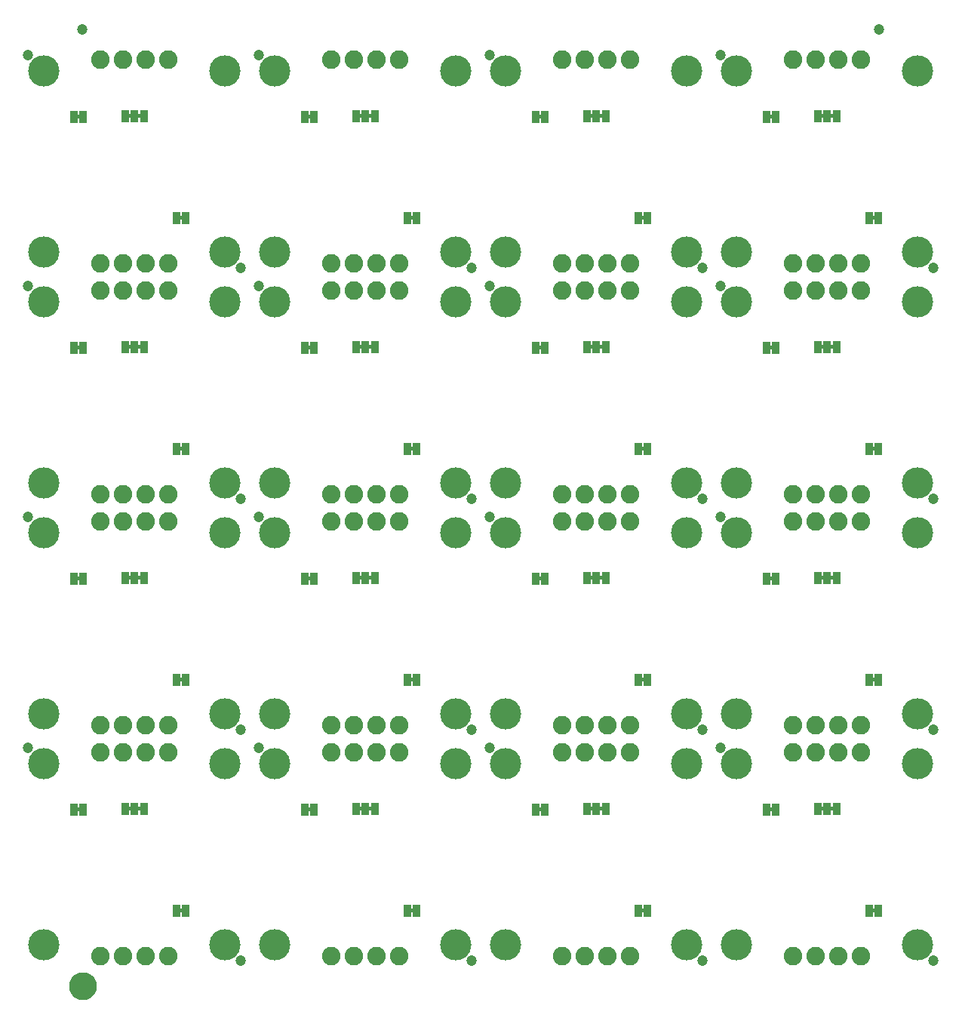
<source format=gbs>
G04 EAGLE Gerber RS-274X export*
G75*
%MOMM*%
%FSLAX34Y34*%
%LPD*%
%INSoldermask Bottom*%
%IPPOS*%
%AMOC8*
5,1,8,0,0,1.08239X$1,22.5*%
G01*
%ADD10R,0.863600X1.473200*%
%ADD11C,3.505200*%
%ADD12C,2.082800*%
%ADD13C,1.203200*%
%ADD14C,1.270000*%
%ADD15C,1.703200*%

G36*
X642050Y694067D02*
X642050Y694067D01*
X642116Y694069D01*
X642159Y694087D01*
X642206Y694095D01*
X642263Y694129D01*
X642323Y694154D01*
X642358Y694185D01*
X642399Y694210D01*
X642441Y694261D01*
X642489Y694305D01*
X642511Y694347D01*
X642540Y694384D01*
X642561Y694446D01*
X642592Y694505D01*
X642600Y694559D01*
X642612Y694596D01*
X642611Y694636D01*
X642619Y694690D01*
X642619Y697230D01*
X642608Y697295D01*
X642606Y697361D01*
X642588Y697404D01*
X642580Y697451D01*
X642546Y697508D01*
X642521Y697568D01*
X642490Y697603D01*
X642465Y697644D01*
X642414Y697686D01*
X642370Y697734D01*
X642328Y697756D01*
X642291Y697785D01*
X642229Y697806D01*
X642170Y697837D01*
X642116Y697845D01*
X642079Y697857D01*
X642039Y697856D01*
X641985Y697864D01*
X638175Y697864D01*
X638110Y697853D01*
X638044Y697851D01*
X638001Y697833D01*
X637954Y697825D01*
X637897Y697791D01*
X637837Y697766D01*
X637802Y697735D01*
X637761Y697710D01*
X637720Y697659D01*
X637671Y697615D01*
X637649Y697573D01*
X637620Y697536D01*
X637599Y697474D01*
X637568Y697415D01*
X637560Y697361D01*
X637548Y697324D01*
X637548Y697321D01*
X637549Y697284D01*
X637541Y697230D01*
X637541Y694690D01*
X637552Y694625D01*
X637554Y694559D01*
X637572Y694516D01*
X637580Y694469D01*
X637614Y694412D01*
X637639Y694352D01*
X637670Y694317D01*
X637695Y694276D01*
X637746Y694235D01*
X637790Y694186D01*
X637832Y694164D01*
X637869Y694135D01*
X637931Y694114D01*
X637990Y694083D01*
X638044Y694075D01*
X638081Y694063D01*
X638121Y694064D01*
X638175Y694056D01*
X641985Y694056D01*
X642050Y694067D01*
G37*
G36*
X393130Y694067D02*
X393130Y694067D01*
X393196Y694069D01*
X393239Y694087D01*
X393286Y694095D01*
X393343Y694129D01*
X393403Y694154D01*
X393438Y694185D01*
X393479Y694210D01*
X393521Y694261D01*
X393569Y694305D01*
X393591Y694347D01*
X393620Y694384D01*
X393641Y694446D01*
X393672Y694505D01*
X393680Y694559D01*
X393692Y694596D01*
X393691Y694636D01*
X393699Y694690D01*
X393699Y697230D01*
X393688Y697295D01*
X393686Y697361D01*
X393668Y697404D01*
X393660Y697451D01*
X393626Y697508D01*
X393601Y697568D01*
X393570Y697603D01*
X393545Y697644D01*
X393494Y697686D01*
X393450Y697734D01*
X393408Y697756D01*
X393371Y697785D01*
X393309Y697806D01*
X393250Y697837D01*
X393196Y697845D01*
X393159Y697857D01*
X393119Y697856D01*
X393065Y697864D01*
X389255Y697864D01*
X389190Y697853D01*
X389124Y697851D01*
X389081Y697833D01*
X389034Y697825D01*
X388977Y697791D01*
X388917Y697766D01*
X388882Y697735D01*
X388841Y697710D01*
X388800Y697659D01*
X388751Y697615D01*
X388729Y697573D01*
X388700Y697536D01*
X388679Y697474D01*
X388648Y697415D01*
X388640Y697361D01*
X388628Y697324D01*
X388628Y697321D01*
X388629Y697284D01*
X388621Y697230D01*
X388621Y694690D01*
X388632Y694625D01*
X388634Y694559D01*
X388652Y694516D01*
X388660Y694469D01*
X388694Y694412D01*
X388719Y694352D01*
X388750Y694317D01*
X388775Y694276D01*
X388826Y694235D01*
X388870Y694186D01*
X388912Y694164D01*
X388949Y694135D01*
X389011Y694114D01*
X389070Y694083D01*
X389124Y694075D01*
X389161Y694063D01*
X389201Y694064D01*
X389255Y694056D01*
X393065Y694056D01*
X393130Y694067D01*
G37*
G36*
X911290Y694067D02*
X911290Y694067D01*
X911356Y694069D01*
X911399Y694087D01*
X911446Y694095D01*
X911503Y694129D01*
X911563Y694154D01*
X911598Y694185D01*
X911639Y694210D01*
X911681Y694261D01*
X911729Y694305D01*
X911751Y694347D01*
X911780Y694384D01*
X911801Y694446D01*
X911832Y694505D01*
X911840Y694559D01*
X911852Y694596D01*
X911851Y694636D01*
X911859Y694690D01*
X911859Y697230D01*
X911848Y697295D01*
X911846Y697361D01*
X911828Y697404D01*
X911820Y697451D01*
X911786Y697508D01*
X911761Y697568D01*
X911730Y697603D01*
X911705Y697644D01*
X911654Y697686D01*
X911610Y697734D01*
X911568Y697756D01*
X911531Y697785D01*
X911469Y697806D01*
X911410Y697837D01*
X911356Y697845D01*
X911319Y697857D01*
X911279Y697856D01*
X911225Y697864D01*
X907415Y697864D01*
X907350Y697853D01*
X907284Y697851D01*
X907241Y697833D01*
X907194Y697825D01*
X907137Y697791D01*
X907077Y697766D01*
X907042Y697735D01*
X907001Y697710D01*
X906960Y697659D01*
X906911Y697615D01*
X906889Y697573D01*
X906860Y697536D01*
X906839Y697474D01*
X906808Y697415D01*
X906800Y697361D01*
X906788Y697324D01*
X906788Y697321D01*
X906789Y697284D01*
X906781Y697230D01*
X906781Y694690D01*
X906792Y694625D01*
X906794Y694559D01*
X906812Y694516D01*
X906820Y694469D01*
X906854Y694412D01*
X906879Y694352D01*
X906910Y694317D01*
X906935Y694276D01*
X906986Y694235D01*
X907030Y694186D01*
X907072Y694164D01*
X907109Y694135D01*
X907171Y694114D01*
X907230Y694083D01*
X907284Y694075D01*
X907321Y694063D01*
X907361Y694064D01*
X907415Y694056D01*
X911225Y694056D01*
X911290Y694067D01*
G37*
G36*
X901130Y694067D02*
X901130Y694067D01*
X901196Y694069D01*
X901239Y694087D01*
X901286Y694095D01*
X901343Y694129D01*
X901403Y694154D01*
X901438Y694185D01*
X901479Y694210D01*
X901521Y694261D01*
X901569Y694305D01*
X901591Y694347D01*
X901620Y694384D01*
X901641Y694446D01*
X901672Y694505D01*
X901680Y694559D01*
X901692Y694596D01*
X901691Y694636D01*
X901699Y694690D01*
X901699Y697230D01*
X901688Y697295D01*
X901686Y697361D01*
X901668Y697404D01*
X901660Y697451D01*
X901626Y697508D01*
X901601Y697568D01*
X901570Y697603D01*
X901545Y697644D01*
X901494Y697686D01*
X901450Y697734D01*
X901408Y697756D01*
X901371Y697785D01*
X901309Y697806D01*
X901250Y697837D01*
X901196Y697845D01*
X901159Y697857D01*
X901119Y697856D01*
X901065Y697864D01*
X897255Y697864D01*
X897190Y697853D01*
X897124Y697851D01*
X897081Y697833D01*
X897034Y697825D01*
X896977Y697791D01*
X896917Y697766D01*
X896882Y697735D01*
X896841Y697710D01*
X896800Y697659D01*
X896751Y697615D01*
X896729Y697573D01*
X896700Y697536D01*
X896679Y697474D01*
X896648Y697415D01*
X896640Y697361D01*
X896628Y697324D01*
X896628Y697321D01*
X896629Y697284D01*
X896621Y697230D01*
X896621Y694690D01*
X896632Y694625D01*
X896634Y694559D01*
X896652Y694516D01*
X896660Y694469D01*
X896694Y694412D01*
X896719Y694352D01*
X896750Y694317D01*
X896775Y694276D01*
X896826Y694235D01*
X896870Y694186D01*
X896912Y694164D01*
X896949Y694135D01*
X897011Y694114D01*
X897070Y694083D01*
X897124Y694075D01*
X897161Y694063D01*
X897201Y694064D01*
X897255Y694056D01*
X901065Y694056D01*
X901130Y694067D01*
G37*
G36*
X652210Y694067D02*
X652210Y694067D01*
X652276Y694069D01*
X652319Y694087D01*
X652366Y694095D01*
X652423Y694129D01*
X652483Y694154D01*
X652518Y694185D01*
X652559Y694210D01*
X652601Y694261D01*
X652649Y694305D01*
X652671Y694347D01*
X652700Y694384D01*
X652721Y694446D01*
X652752Y694505D01*
X652760Y694559D01*
X652772Y694596D01*
X652771Y694636D01*
X652779Y694690D01*
X652779Y697230D01*
X652768Y697295D01*
X652766Y697361D01*
X652748Y697404D01*
X652740Y697451D01*
X652706Y697508D01*
X652681Y697568D01*
X652650Y697603D01*
X652625Y697644D01*
X652574Y697686D01*
X652530Y697734D01*
X652488Y697756D01*
X652451Y697785D01*
X652389Y697806D01*
X652330Y697837D01*
X652276Y697845D01*
X652239Y697857D01*
X652199Y697856D01*
X652145Y697864D01*
X648335Y697864D01*
X648270Y697853D01*
X648204Y697851D01*
X648161Y697833D01*
X648114Y697825D01*
X648057Y697791D01*
X647997Y697766D01*
X647962Y697735D01*
X647921Y697710D01*
X647880Y697659D01*
X647831Y697615D01*
X647809Y697573D01*
X647780Y697536D01*
X647759Y697474D01*
X647728Y697415D01*
X647720Y697361D01*
X647708Y697324D01*
X647708Y697321D01*
X647709Y697284D01*
X647701Y697230D01*
X647701Y694690D01*
X647712Y694625D01*
X647714Y694559D01*
X647732Y694516D01*
X647740Y694469D01*
X647774Y694412D01*
X647799Y694352D01*
X647830Y694317D01*
X647855Y694276D01*
X647906Y694235D01*
X647950Y694186D01*
X647992Y694164D01*
X648029Y694135D01*
X648091Y694114D01*
X648150Y694083D01*
X648204Y694075D01*
X648241Y694063D01*
X648281Y694064D01*
X648335Y694056D01*
X652145Y694056D01*
X652210Y694067D01*
G37*
G36*
X123890Y694067D02*
X123890Y694067D01*
X123956Y694069D01*
X123999Y694087D01*
X124046Y694095D01*
X124103Y694129D01*
X124163Y694154D01*
X124198Y694185D01*
X124239Y694210D01*
X124281Y694261D01*
X124329Y694305D01*
X124351Y694347D01*
X124380Y694384D01*
X124401Y694446D01*
X124432Y694505D01*
X124440Y694559D01*
X124452Y694596D01*
X124451Y694636D01*
X124459Y694690D01*
X124459Y697230D01*
X124448Y697295D01*
X124446Y697361D01*
X124428Y697404D01*
X124420Y697451D01*
X124386Y697508D01*
X124361Y697568D01*
X124330Y697603D01*
X124305Y697644D01*
X124254Y697686D01*
X124210Y697734D01*
X124168Y697756D01*
X124131Y697785D01*
X124069Y697806D01*
X124010Y697837D01*
X123956Y697845D01*
X123919Y697857D01*
X123879Y697856D01*
X123825Y697864D01*
X120015Y697864D01*
X119950Y697853D01*
X119884Y697851D01*
X119841Y697833D01*
X119794Y697825D01*
X119737Y697791D01*
X119677Y697766D01*
X119642Y697735D01*
X119601Y697710D01*
X119560Y697659D01*
X119511Y697615D01*
X119489Y697573D01*
X119460Y697536D01*
X119439Y697474D01*
X119408Y697415D01*
X119400Y697361D01*
X119388Y697324D01*
X119388Y697321D01*
X119389Y697284D01*
X119381Y697230D01*
X119381Y694690D01*
X119392Y694625D01*
X119394Y694559D01*
X119412Y694516D01*
X119420Y694469D01*
X119454Y694412D01*
X119479Y694352D01*
X119510Y694317D01*
X119535Y694276D01*
X119586Y694235D01*
X119630Y694186D01*
X119672Y694164D01*
X119709Y694135D01*
X119771Y694114D01*
X119830Y694083D01*
X119884Y694075D01*
X119921Y694063D01*
X119961Y694064D01*
X120015Y694056D01*
X123825Y694056D01*
X123890Y694067D01*
G37*
G36*
X134050Y694067D02*
X134050Y694067D01*
X134116Y694069D01*
X134159Y694087D01*
X134206Y694095D01*
X134263Y694129D01*
X134323Y694154D01*
X134358Y694185D01*
X134399Y694210D01*
X134441Y694261D01*
X134489Y694305D01*
X134511Y694347D01*
X134540Y694384D01*
X134561Y694446D01*
X134592Y694505D01*
X134600Y694559D01*
X134612Y694596D01*
X134611Y694636D01*
X134619Y694690D01*
X134619Y697230D01*
X134608Y697295D01*
X134606Y697361D01*
X134588Y697404D01*
X134580Y697451D01*
X134546Y697508D01*
X134521Y697568D01*
X134490Y697603D01*
X134465Y697644D01*
X134414Y697686D01*
X134370Y697734D01*
X134328Y697756D01*
X134291Y697785D01*
X134229Y697806D01*
X134170Y697837D01*
X134116Y697845D01*
X134079Y697857D01*
X134039Y697856D01*
X133985Y697864D01*
X130175Y697864D01*
X130110Y697853D01*
X130044Y697851D01*
X130001Y697833D01*
X129954Y697825D01*
X129897Y697791D01*
X129837Y697766D01*
X129802Y697735D01*
X129761Y697710D01*
X129720Y697659D01*
X129671Y697615D01*
X129649Y697573D01*
X129620Y697536D01*
X129599Y697474D01*
X129568Y697415D01*
X129560Y697361D01*
X129548Y697324D01*
X129548Y697321D01*
X129549Y697284D01*
X129541Y697230D01*
X129541Y694690D01*
X129552Y694625D01*
X129554Y694559D01*
X129572Y694516D01*
X129580Y694469D01*
X129614Y694412D01*
X129639Y694352D01*
X129670Y694317D01*
X129695Y694276D01*
X129746Y694235D01*
X129790Y694186D01*
X129832Y694164D01*
X129869Y694135D01*
X129931Y694114D01*
X129990Y694083D01*
X130044Y694075D01*
X130081Y694063D01*
X130121Y694064D01*
X130175Y694056D01*
X133985Y694056D01*
X134050Y694067D01*
G37*
G36*
X382970Y694067D02*
X382970Y694067D01*
X383036Y694069D01*
X383079Y694087D01*
X383126Y694095D01*
X383183Y694129D01*
X383243Y694154D01*
X383278Y694185D01*
X383319Y694210D01*
X383361Y694261D01*
X383409Y694305D01*
X383431Y694347D01*
X383460Y694384D01*
X383481Y694446D01*
X383512Y694505D01*
X383520Y694559D01*
X383532Y694596D01*
X383531Y694636D01*
X383539Y694690D01*
X383539Y697230D01*
X383528Y697295D01*
X383526Y697361D01*
X383508Y697404D01*
X383500Y697451D01*
X383466Y697508D01*
X383441Y697568D01*
X383410Y697603D01*
X383385Y697644D01*
X383334Y697686D01*
X383290Y697734D01*
X383248Y697756D01*
X383211Y697785D01*
X383149Y697806D01*
X383090Y697837D01*
X383036Y697845D01*
X382999Y697857D01*
X382959Y697856D01*
X382905Y697864D01*
X379095Y697864D01*
X379030Y697853D01*
X378964Y697851D01*
X378921Y697833D01*
X378874Y697825D01*
X378817Y697791D01*
X378757Y697766D01*
X378722Y697735D01*
X378681Y697710D01*
X378640Y697659D01*
X378591Y697615D01*
X378569Y697573D01*
X378540Y697536D01*
X378519Y697474D01*
X378488Y697415D01*
X378480Y697361D01*
X378468Y697324D01*
X378468Y697321D01*
X378469Y697284D01*
X378461Y697230D01*
X378461Y694690D01*
X378472Y694625D01*
X378474Y694559D01*
X378492Y694516D01*
X378500Y694469D01*
X378534Y694412D01*
X378559Y694352D01*
X378590Y694317D01*
X378615Y694276D01*
X378666Y694235D01*
X378710Y694186D01*
X378752Y694164D01*
X378789Y694135D01*
X378851Y694114D01*
X378910Y694083D01*
X378964Y694075D01*
X379001Y694063D01*
X379041Y694064D01*
X379095Y694056D01*
X382905Y694056D01*
X382970Y694067D01*
G37*
G36*
X382970Y953147D02*
X382970Y953147D01*
X383036Y953149D01*
X383079Y953167D01*
X383126Y953175D01*
X383183Y953209D01*
X383243Y953234D01*
X383278Y953265D01*
X383319Y953290D01*
X383361Y953341D01*
X383409Y953385D01*
X383431Y953427D01*
X383460Y953464D01*
X383481Y953526D01*
X383512Y953585D01*
X383520Y953639D01*
X383532Y953676D01*
X383531Y953716D01*
X383539Y953770D01*
X383539Y956310D01*
X383528Y956375D01*
X383526Y956441D01*
X383508Y956484D01*
X383500Y956531D01*
X383466Y956588D01*
X383441Y956648D01*
X383410Y956683D01*
X383385Y956724D01*
X383334Y956766D01*
X383290Y956814D01*
X383248Y956836D01*
X383211Y956865D01*
X383149Y956886D01*
X383090Y956917D01*
X383036Y956925D01*
X382999Y956937D01*
X382959Y956936D01*
X382905Y956944D01*
X379095Y956944D01*
X379030Y956933D01*
X378964Y956931D01*
X378921Y956913D01*
X378874Y956905D01*
X378817Y956871D01*
X378757Y956846D01*
X378722Y956815D01*
X378681Y956790D01*
X378640Y956739D01*
X378591Y956695D01*
X378569Y956653D01*
X378540Y956616D01*
X378519Y956554D01*
X378488Y956495D01*
X378480Y956441D01*
X378468Y956404D01*
X378468Y956401D01*
X378469Y956364D01*
X378461Y956310D01*
X378461Y953770D01*
X378472Y953705D01*
X378474Y953639D01*
X378492Y953596D01*
X378500Y953549D01*
X378534Y953492D01*
X378559Y953432D01*
X378590Y953397D01*
X378615Y953356D01*
X378666Y953315D01*
X378710Y953266D01*
X378752Y953244D01*
X378789Y953215D01*
X378851Y953194D01*
X378910Y953163D01*
X378964Y953155D01*
X379001Y953143D01*
X379041Y953144D01*
X379095Y953136D01*
X382905Y953136D01*
X382970Y953147D01*
G37*
G36*
X652210Y953147D02*
X652210Y953147D01*
X652276Y953149D01*
X652319Y953167D01*
X652366Y953175D01*
X652423Y953209D01*
X652483Y953234D01*
X652518Y953265D01*
X652559Y953290D01*
X652601Y953341D01*
X652649Y953385D01*
X652671Y953427D01*
X652700Y953464D01*
X652721Y953526D01*
X652752Y953585D01*
X652760Y953639D01*
X652772Y953676D01*
X652771Y953716D01*
X652779Y953770D01*
X652779Y956310D01*
X652768Y956375D01*
X652766Y956441D01*
X652748Y956484D01*
X652740Y956531D01*
X652706Y956588D01*
X652681Y956648D01*
X652650Y956683D01*
X652625Y956724D01*
X652574Y956766D01*
X652530Y956814D01*
X652488Y956836D01*
X652451Y956865D01*
X652389Y956886D01*
X652330Y956917D01*
X652276Y956925D01*
X652239Y956937D01*
X652199Y956936D01*
X652145Y956944D01*
X648335Y956944D01*
X648270Y956933D01*
X648204Y956931D01*
X648161Y956913D01*
X648114Y956905D01*
X648057Y956871D01*
X647997Y956846D01*
X647962Y956815D01*
X647921Y956790D01*
X647880Y956739D01*
X647831Y956695D01*
X647809Y956653D01*
X647780Y956616D01*
X647759Y956554D01*
X647728Y956495D01*
X647720Y956441D01*
X647708Y956404D01*
X647708Y956401D01*
X647709Y956364D01*
X647701Y956310D01*
X647701Y953770D01*
X647712Y953705D01*
X647714Y953639D01*
X647732Y953596D01*
X647740Y953549D01*
X647774Y953492D01*
X647799Y953432D01*
X647830Y953397D01*
X647855Y953356D01*
X647906Y953315D01*
X647950Y953266D01*
X647992Y953244D01*
X648029Y953215D01*
X648091Y953194D01*
X648150Y953163D01*
X648204Y953155D01*
X648241Y953143D01*
X648281Y953144D01*
X648335Y953136D01*
X652145Y953136D01*
X652210Y953147D01*
G37*
G36*
X134050Y953147D02*
X134050Y953147D01*
X134116Y953149D01*
X134159Y953167D01*
X134206Y953175D01*
X134263Y953209D01*
X134323Y953234D01*
X134358Y953265D01*
X134399Y953290D01*
X134441Y953341D01*
X134489Y953385D01*
X134511Y953427D01*
X134540Y953464D01*
X134561Y953526D01*
X134592Y953585D01*
X134600Y953639D01*
X134612Y953676D01*
X134611Y953716D01*
X134619Y953770D01*
X134619Y956310D01*
X134608Y956375D01*
X134606Y956441D01*
X134588Y956484D01*
X134580Y956531D01*
X134546Y956588D01*
X134521Y956648D01*
X134490Y956683D01*
X134465Y956724D01*
X134414Y956766D01*
X134370Y956814D01*
X134328Y956836D01*
X134291Y956865D01*
X134229Y956886D01*
X134170Y956917D01*
X134116Y956925D01*
X134079Y956937D01*
X134039Y956936D01*
X133985Y956944D01*
X130175Y956944D01*
X130110Y956933D01*
X130044Y956931D01*
X130001Y956913D01*
X129954Y956905D01*
X129897Y956871D01*
X129837Y956846D01*
X129802Y956815D01*
X129761Y956790D01*
X129720Y956739D01*
X129671Y956695D01*
X129649Y956653D01*
X129620Y956616D01*
X129599Y956554D01*
X129568Y956495D01*
X129560Y956441D01*
X129548Y956404D01*
X129548Y956401D01*
X129549Y956364D01*
X129541Y956310D01*
X129541Y953770D01*
X129552Y953705D01*
X129554Y953639D01*
X129572Y953596D01*
X129580Y953549D01*
X129614Y953492D01*
X129639Y953432D01*
X129670Y953397D01*
X129695Y953356D01*
X129746Y953315D01*
X129790Y953266D01*
X129832Y953244D01*
X129869Y953215D01*
X129931Y953194D01*
X129990Y953163D01*
X130044Y953155D01*
X130081Y953143D01*
X130121Y953144D01*
X130175Y953136D01*
X133985Y953136D01*
X134050Y953147D01*
G37*
G36*
X911290Y953147D02*
X911290Y953147D01*
X911356Y953149D01*
X911399Y953167D01*
X911446Y953175D01*
X911503Y953209D01*
X911563Y953234D01*
X911598Y953265D01*
X911639Y953290D01*
X911681Y953341D01*
X911729Y953385D01*
X911751Y953427D01*
X911780Y953464D01*
X911801Y953526D01*
X911832Y953585D01*
X911840Y953639D01*
X911852Y953676D01*
X911851Y953716D01*
X911859Y953770D01*
X911859Y956310D01*
X911848Y956375D01*
X911846Y956441D01*
X911828Y956484D01*
X911820Y956531D01*
X911786Y956588D01*
X911761Y956648D01*
X911730Y956683D01*
X911705Y956724D01*
X911654Y956766D01*
X911610Y956814D01*
X911568Y956836D01*
X911531Y956865D01*
X911469Y956886D01*
X911410Y956917D01*
X911356Y956925D01*
X911319Y956937D01*
X911279Y956936D01*
X911225Y956944D01*
X907415Y956944D01*
X907350Y956933D01*
X907284Y956931D01*
X907241Y956913D01*
X907194Y956905D01*
X907137Y956871D01*
X907077Y956846D01*
X907042Y956815D01*
X907001Y956790D01*
X906960Y956739D01*
X906911Y956695D01*
X906889Y956653D01*
X906860Y956616D01*
X906839Y956554D01*
X906808Y956495D01*
X906800Y956441D01*
X906788Y956404D01*
X906788Y956401D01*
X906789Y956364D01*
X906781Y956310D01*
X906781Y953770D01*
X906792Y953705D01*
X906794Y953639D01*
X906812Y953596D01*
X906820Y953549D01*
X906854Y953492D01*
X906879Y953432D01*
X906910Y953397D01*
X906935Y953356D01*
X906986Y953315D01*
X907030Y953266D01*
X907072Y953244D01*
X907109Y953215D01*
X907171Y953194D01*
X907230Y953163D01*
X907284Y953155D01*
X907321Y953143D01*
X907361Y953144D01*
X907415Y953136D01*
X911225Y953136D01*
X911290Y953147D01*
G37*
G36*
X123890Y953147D02*
X123890Y953147D01*
X123956Y953149D01*
X123999Y953167D01*
X124046Y953175D01*
X124103Y953209D01*
X124163Y953234D01*
X124198Y953265D01*
X124239Y953290D01*
X124281Y953341D01*
X124329Y953385D01*
X124351Y953427D01*
X124380Y953464D01*
X124401Y953526D01*
X124432Y953585D01*
X124440Y953639D01*
X124452Y953676D01*
X124451Y953716D01*
X124459Y953770D01*
X124459Y956310D01*
X124448Y956375D01*
X124446Y956441D01*
X124428Y956484D01*
X124420Y956531D01*
X124386Y956588D01*
X124361Y956648D01*
X124330Y956683D01*
X124305Y956724D01*
X124254Y956766D01*
X124210Y956814D01*
X124168Y956836D01*
X124131Y956865D01*
X124069Y956886D01*
X124010Y956917D01*
X123956Y956925D01*
X123919Y956937D01*
X123879Y956936D01*
X123825Y956944D01*
X120015Y956944D01*
X119950Y956933D01*
X119884Y956931D01*
X119841Y956913D01*
X119794Y956905D01*
X119737Y956871D01*
X119677Y956846D01*
X119642Y956815D01*
X119601Y956790D01*
X119560Y956739D01*
X119511Y956695D01*
X119489Y956653D01*
X119460Y956616D01*
X119439Y956554D01*
X119408Y956495D01*
X119400Y956441D01*
X119388Y956404D01*
X119388Y956401D01*
X119389Y956364D01*
X119381Y956310D01*
X119381Y953770D01*
X119392Y953705D01*
X119394Y953639D01*
X119412Y953596D01*
X119420Y953549D01*
X119454Y953492D01*
X119479Y953432D01*
X119510Y953397D01*
X119535Y953356D01*
X119586Y953315D01*
X119630Y953266D01*
X119672Y953244D01*
X119709Y953215D01*
X119771Y953194D01*
X119830Y953163D01*
X119884Y953155D01*
X119921Y953143D01*
X119961Y953144D01*
X120015Y953136D01*
X123825Y953136D01*
X123890Y953147D01*
G37*
G36*
X901130Y953147D02*
X901130Y953147D01*
X901196Y953149D01*
X901239Y953167D01*
X901286Y953175D01*
X901343Y953209D01*
X901403Y953234D01*
X901438Y953265D01*
X901479Y953290D01*
X901521Y953341D01*
X901569Y953385D01*
X901591Y953427D01*
X901620Y953464D01*
X901641Y953526D01*
X901672Y953585D01*
X901680Y953639D01*
X901692Y953676D01*
X901691Y953716D01*
X901699Y953770D01*
X901699Y956310D01*
X901688Y956375D01*
X901686Y956441D01*
X901668Y956484D01*
X901660Y956531D01*
X901626Y956588D01*
X901601Y956648D01*
X901570Y956683D01*
X901545Y956724D01*
X901494Y956766D01*
X901450Y956814D01*
X901408Y956836D01*
X901371Y956865D01*
X901309Y956886D01*
X901250Y956917D01*
X901196Y956925D01*
X901159Y956937D01*
X901119Y956936D01*
X901065Y956944D01*
X897255Y956944D01*
X897190Y956933D01*
X897124Y956931D01*
X897081Y956913D01*
X897034Y956905D01*
X896977Y956871D01*
X896917Y956846D01*
X896882Y956815D01*
X896841Y956790D01*
X896800Y956739D01*
X896751Y956695D01*
X896729Y956653D01*
X896700Y956616D01*
X896679Y956554D01*
X896648Y956495D01*
X896640Y956441D01*
X896628Y956404D01*
X896628Y956401D01*
X896629Y956364D01*
X896621Y956310D01*
X896621Y953770D01*
X896632Y953705D01*
X896634Y953639D01*
X896652Y953596D01*
X896660Y953549D01*
X896694Y953492D01*
X896719Y953432D01*
X896750Y953397D01*
X896775Y953356D01*
X896826Y953315D01*
X896870Y953266D01*
X896912Y953244D01*
X896949Y953215D01*
X897011Y953194D01*
X897070Y953163D01*
X897124Y953155D01*
X897161Y953143D01*
X897201Y953144D01*
X897255Y953136D01*
X901065Y953136D01*
X901130Y953147D01*
G37*
G36*
X642050Y953147D02*
X642050Y953147D01*
X642116Y953149D01*
X642159Y953167D01*
X642206Y953175D01*
X642263Y953209D01*
X642323Y953234D01*
X642358Y953265D01*
X642399Y953290D01*
X642441Y953341D01*
X642489Y953385D01*
X642511Y953427D01*
X642540Y953464D01*
X642561Y953526D01*
X642592Y953585D01*
X642600Y953639D01*
X642612Y953676D01*
X642611Y953716D01*
X642619Y953770D01*
X642619Y956310D01*
X642608Y956375D01*
X642606Y956441D01*
X642588Y956484D01*
X642580Y956531D01*
X642546Y956588D01*
X642521Y956648D01*
X642490Y956683D01*
X642465Y956724D01*
X642414Y956766D01*
X642370Y956814D01*
X642328Y956836D01*
X642291Y956865D01*
X642229Y956886D01*
X642170Y956917D01*
X642116Y956925D01*
X642079Y956937D01*
X642039Y956936D01*
X641985Y956944D01*
X638175Y956944D01*
X638110Y956933D01*
X638044Y956931D01*
X638001Y956913D01*
X637954Y956905D01*
X637897Y956871D01*
X637837Y956846D01*
X637802Y956815D01*
X637761Y956790D01*
X637720Y956739D01*
X637671Y956695D01*
X637649Y956653D01*
X637620Y956616D01*
X637599Y956554D01*
X637568Y956495D01*
X637560Y956441D01*
X637548Y956404D01*
X637548Y956401D01*
X637549Y956364D01*
X637541Y956310D01*
X637541Y953770D01*
X637552Y953705D01*
X637554Y953639D01*
X637572Y953596D01*
X637580Y953549D01*
X637614Y953492D01*
X637639Y953432D01*
X637670Y953397D01*
X637695Y953356D01*
X637746Y953315D01*
X637790Y953266D01*
X637832Y953244D01*
X637869Y953215D01*
X637931Y953194D01*
X637990Y953163D01*
X638044Y953155D01*
X638081Y953143D01*
X638121Y953144D01*
X638175Y953136D01*
X641985Y953136D01*
X642050Y953147D01*
G37*
G36*
X393130Y953147D02*
X393130Y953147D01*
X393196Y953149D01*
X393239Y953167D01*
X393286Y953175D01*
X393343Y953209D01*
X393403Y953234D01*
X393438Y953265D01*
X393479Y953290D01*
X393521Y953341D01*
X393569Y953385D01*
X393591Y953427D01*
X393620Y953464D01*
X393641Y953526D01*
X393672Y953585D01*
X393680Y953639D01*
X393692Y953676D01*
X393691Y953716D01*
X393699Y953770D01*
X393699Y956310D01*
X393688Y956375D01*
X393686Y956441D01*
X393668Y956484D01*
X393660Y956531D01*
X393626Y956588D01*
X393601Y956648D01*
X393570Y956683D01*
X393545Y956724D01*
X393494Y956766D01*
X393450Y956814D01*
X393408Y956836D01*
X393371Y956865D01*
X393309Y956886D01*
X393250Y956917D01*
X393196Y956925D01*
X393159Y956937D01*
X393119Y956936D01*
X393065Y956944D01*
X389255Y956944D01*
X389190Y956933D01*
X389124Y956931D01*
X389081Y956913D01*
X389034Y956905D01*
X388977Y956871D01*
X388917Y956846D01*
X388882Y956815D01*
X388841Y956790D01*
X388800Y956739D01*
X388751Y956695D01*
X388729Y956653D01*
X388700Y956616D01*
X388679Y956554D01*
X388648Y956495D01*
X388640Y956441D01*
X388628Y956404D01*
X388628Y956401D01*
X388629Y956364D01*
X388621Y956310D01*
X388621Y953770D01*
X388632Y953705D01*
X388634Y953639D01*
X388652Y953596D01*
X388660Y953549D01*
X388694Y953492D01*
X388719Y953432D01*
X388750Y953397D01*
X388775Y953356D01*
X388826Y953315D01*
X388870Y953266D01*
X388912Y953244D01*
X388949Y953215D01*
X389011Y953194D01*
X389070Y953163D01*
X389124Y953155D01*
X389161Y953143D01*
X389201Y953144D01*
X389255Y953136D01*
X393065Y953136D01*
X393130Y953147D01*
G37*
G36*
X324804Y952385D02*
X324804Y952385D01*
X324870Y952387D01*
X324913Y952405D01*
X324960Y952413D01*
X325017Y952447D01*
X325077Y952472D01*
X325112Y952503D01*
X325153Y952528D01*
X325195Y952579D01*
X325243Y952623D01*
X325265Y952665D01*
X325294Y952702D01*
X325315Y952764D01*
X325346Y952823D01*
X325354Y952877D01*
X325366Y952914D01*
X325365Y952954D01*
X325373Y953008D01*
X325373Y955548D01*
X325362Y955613D01*
X325360Y955679D01*
X325342Y955722D01*
X325334Y955769D01*
X325300Y955826D01*
X325275Y955886D01*
X325244Y955921D01*
X325219Y955962D01*
X325168Y956004D01*
X325124Y956052D01*
X325082Y956074D01*
X325045Y956103D01*
X324983Y956124D01*
X324924Y956155D01*
X324870Y956163D01*
X324833Y956175D01*
X324793Y956174D01*
X324739Y956182D01*
X320929Y956182D01*
X320864Y956171D01*
X320798Y956169D01*
X320755Y956151D01*
X320708Y956143D01*
X320651Y956109D01*
X320591Y956084D01*
X320556Y956053D01*
X320515Y956028D01*
X320474Y955977D01*
X320425Y955933D01*
X320403Y955891D01*
X320374Y955854D01*
X320353Y955792D01*
X320322Y955733D01*
X320314Y955679D01*
X320302Y955642D01*
X320302Y955639D01*
X320303Y955602D01*
X320295Y955548D01*
X320295Y953008D01*
X320306Y952943D01*
X320308Y952877D01*
X320326Y952834D01*
X320334Y952787D01*
X320368Y952730D01*
X320393Y952670D01*
X320424Y952635D01*
X320449Y952594D01*
X320500Y952553D01*
X320544Y952504D01*
X320586Y952482D01*
X320623Y952453D01*
X320685Y952432D01*
X320744Y952401D01*
X320798Y952393D01*
X320835Y952381D01*
X320875Y952382D01*
X320929Y952374D01*
X324739Y952374D01*
X324804Y952385D01*
G37*
G36*
X65724Y952385D02*
X65724Y952385D01*
X65790Y952387D01*
X65833Y952405D01*
X65880Y952413D01*
X65937Y952447D01*
X65997Y952472D01*
X66032Y952503D01*
X66073Y952528D01*
X66115Y952579D01*
X66163Y952623D01*
X66185Y952665D01*
X66214Y952702D01*
X66235Y952764D01*
X66266Y952823D01*
X66274Y952877D01*
X66286Y952914D01*
X66285Y952954D01*
X66293Y953008D01*
X66293Y955548D01*
X66282Y955613D01*
X66280Y955679D01*
X66262Y955722D01*
X66254Y955769D01*
X66220Y955826D01*
X66195Y955886D01*
X66164Y955921D01*
X66139Y955962D01*
X66088Y956004D01*
X66044Y956052D01*
X66002Y956074D01*
X65965Y956103D01*
X65903Y956124D01*
X65844Y956155D01*
X65790Y956163D01*
X65753Y956175D01*
X65713Y956174D01*
X65659Y956182D01*
X61849Y956182D01*
X61784Y956171D01*
X61718Y956169D01*
X61675Y956151D01*
X61628Y956143D01*
X61571Y956109D01*
X61511Y956084D01*
X61476Y956053D01*
X61435Y956028D01*
X61394Y955977D01*
X61345Y955933D01*
X61323Y955891D01*
X61294Y955854D01*
X61273Y955792D01*
X61242Y955733D01*
X61234Y955679D01*
X61222Y955642D01*
X61222Y955639D01*
X61223Y955602D01*
X61215Y955548D01*
X61215Y953008D01*
X61226Y952943D01*
X61228Y952877D01*
X61246Y952834D01*
X61254Y952787D01*
X61288Y952730D01*
X61313Y952670D01*
X61344Y952635D01*
X61369Y952594D01*
X61420Y952553D01*
X61464Y952504D01*
X61506Y952482D01*
X61543Y952453D01*
X61605Y952432D01*
X61664Y952401D01*
X61718Y952393D01*
X61755Y952381D01*
X61795Y952382D01*
X61849Y952374D01*
X65659Y952374D01*
X65724Y952385D01*
G37*
G36*
X583884Y952385D02*
X583884Y952385D01*
X583950Y952387D01*
X583993Y952405D01*
X584040Y952413D01*
X584097Y952447D01*
X584157Y952472D01*
X584192Y952503D01*
X584233Y952528D01*
X584275Y952579D01*
X584323Y952623D01*
X584345Y952665D01*
X584374Y952702D01*
X584395Y952764D01*
X584426Y952823D01*
X584434Y952877D01*
X584446Y952914D01*
X584445Y952954D01*
X584453Y953008D01*
X584453Y955548D01*
X584442Y955613D01*
X584440Y955679D01*
X584422Y955722D01*
X584414Y955769D01*
X584380Y955826D01*
X584355Y955886D01*
X584324Y955921D01*
X584299Y955962D01*
X584248Y956004D01*
X584204Y956052D01*
X584162Y956074D01*
X584125Y956103D01*
X584063Y956124D01*
X584004Y956155D01*
X583950Y956163D01*
X583913Y956175D01*
X583873Y956174D01*
X583819Y956182D01*
X580009Y956182D01*
X579944Y956171D01*
X579878Y956169D01*
X579835Y956151D01*
X579788Y956143D01*
X579731Y956109D01*
X579671Y956084D01*
X579636Y956053D01*
X579595Y956028D01*
X579554Y955977D01*
X579505Y955933D01*
X579483Y955891D01*
X579454Y955854D01*
X579433Y955792D01*
X579402Y955733D01*
X579394Y955679D01*
X579382Y955642D01*
X579382Y955639D01*
X579383Y955602D01*
X579375Y955548D01*
X579375Y953008D01*
X579386Y952943D01*
X579388Y952877D01*
X579406Y952834D01*
X579414Y952787D01*
X579448Y952730D01*
X579473Y952670D01*
X579504Y952635D01*
X579529Y952594D01*
X579580Y952553D01*
X579624Y952504D01*
X579666Y952482D01*
X579703Y952453D01*
X579765Y952432D01*
X579824Y952401D01*
X579878Y952393D01*
X579915Y952381D01*
X579955Y952382D01*
X580009Y952374D01*
X583819Y952374D01*
X583884Y952385D01*
G37*
G36*
X958280Y838847D02*
X958280Y838847D01*
X958346Y838849D01*
X958389Y838867D01*
X958436Y838875D01*
X958493Y838909D01*
X958553Y838934D01*
X958588Y838965D01*
X958629Y838990D01*
X958671Y839041D01*
X958719Y839085D01*
X958741Y839127D01*
X958770Y839164D01*
X958791Y839226D01*
X958822Y839285D01*
X958830Y839339D01*
X958842Y839376D01*
X958841Y839416D01*
X958849Y839470D01*
X958849Y842010D01*
X958838Y842075D01*
X958836Y842141D01*
X958818Y842184D01*
X958810Y842231D01*
X958776Y842288D01*
X958751Y842348D01*
X958720Y842383D01*
X958695Y842424D01*
X958644Y842466D01*
X958600Y842514D01*
X958558Y842536D01*
X958521Y842565D01*
X958459Y842586D01*
X958400Y842617D01*
X958346Y842625D01*
X958309Y842637D01*
X958269Y842636D01*
X958215Y842644D01*
X954405Y842644D01*
X954340Y842633D01*
X954274Y842631D01*
X954231Y842613D01*
X954184Y842605D01*
X954127Y842571D01*
X954067Y842546D01*
X954032Y842515D01*
X953991Y842490D01*
X953950Y842439D01*
X953901Y842395D01*
X953879Y842353D01*
X953850Y842316D01*
X953829Y842254D01*
X953798Y842195D01*
X953790Y842141D01*
X953778Y842104D01*
X953778Y842101D01*
X953779Y842064D01*
X953771Y842010D01*
X953771Y839470D01*
X953782Y839405D01*
X953784Y839339D01*
X953802Y839296D01*
X953810Y839249D01*
X953844Y839192D01*
X953869Y839132D01*
X953900Y839097D01*
X953925Y839056D01*
X953976Y839015D01*
X954020Y838966D01*
X954062Y838944D01*
X954099Y838915D01*
X954161Y838894D01*
X954220Y838863D01*
X954274Y838855D01*
X954311Y838843D01*
X954351Y838844D01*
X954405Y838836D01*
X958215Y838836D01*
X958280Y838847D01*
G37*
G36*
X181040Y838847D02*
X181040Y838847D01*
X181106Y838849D01*
X181149Y838867D01*
X181196Y838875D01*
X181253Y838909D01*
X181313Y838934D01*
X181348Y838965D01*
X181389Y838990D01*
X181431Y839041D01*
X181479Y839085D01*
X181501Y839127D01*
X181530Y839164D01*
X181551Y839226D01*
X181582Y839285D01*
X181590Y839339D01*
X181602Y839376D01*
X181601Y839416D01*
X181609Y839470D01*
X181609Y842010D01*
X181598Y842075D01*
X181596Y842141D01*
X181578Y842184D01*
X181570Y842231D01*
X181536Y842288D01*
X181511Y842348D01*
X181480Y842383D01*
X181455Y842424D01*
X181404Y842466D01*
X181360Y842514D01*
X181318Y842536D01*
X181281Y842565D01*
X181219Y842586D01*
X181160Y842617D01*
X181106Y842625D01*
X181069Y842637D01*
X181029Y842636D01*
X180975Y842644D01*
X177165Y842644D01*
X177100Y842633D01*
X177034Y842631D01*
X176991Y842613D01*
X176944Y842605D01*
X176887Y842571D01*
X176827Y842546D01*
X176792Y842515D01*
X176751Y842490D01*
X176710Y842439D01*
X176661Y842395D01*
X176639Y842353D01*
X176610Y842316D01*
X176589Y842254D01*
X176558Y842195D01*
X176550Y842141D01*
X176538Y842104D01*
X176538Y842101D01*
X176539Y842064D01*
X176531Y842010D01*
X176531Y839470D01*
X176542Y839405D01*
X176544Y839339D01*
X176562Y839296D01*
X176570Y839249D01*
X176604Y839192D01*
X176629Y839132D01*
X176660Y839097D01*
X176685Y839056D01*
X176736Y839015D01*
X176780Y838966D01*
X176822Y838944D01*
X176859Y838915D01*
X176921Y838894D01*
X176980Y838863D01*
X177034Y838855D01*
X177071Y838843D01*
X177111Y838844D01*
X177165Y838836D01*
X180975Y838836D01*
X181040Y838847D01*
G37*
G36*
X440120Y838847D02*
X440120Y838847D01*
X440186Y838849D01*
X440229Y838867D01*
X440276Y838875D01*
X440333Y838909D01*
X440393Y838934D01*
X440428Y838965D01*
X440469Y838990D01*
X440511Y839041D01*
X440559Y839085D01*
X440581Y839127D01*
X440610Y839164D01*
X440631Y839226D01*
X440662Y839285D01*
X440670Y839339D01*
X440682Y839376D01*
X440681Y839416D01*
X440689Y839470D01*
X440689Y842010D01*
X440678Y842075D01*
X440676Y842141D01*
X440658Y842184D01*
X440650Y842231D01*
X440616Y842288D01*
X440591Y842348D01*
X440560Y842383D01*
X440535Y842424D01*
X440484Y842466D01*
X440440Y842514D01*
X440398Y842536D01*
X440361Y842565D01*
X440299Y842586D01*
X440240Y842617D01*
X440186Y842625D01*
X440149Y842637D01*
X440109Y842636D01*
X440055Y842644D01*
X436245Y842644D01*
X436180Y842633D01*
X436114Y842631D01*
X436071Y842613D01*
X436024Y842605D01*
X435967Y842571D01*
X435907Y842546D01*
X435872Y842515D01*
X435831Y842490D01*
X435790Y842439D01*
X435741Y842395D01*
X435719Y842353D01*
X435690Y842316D01*
X435669Y842254D01*
X435638Y842195D01*
X435630Y842141D01*
X435618Y842104D01*
X435618Y842101D01*
X435619Y842064D01*
X435611Y842010D01*
X435611Y839470D01*
X435622Y839405D01*
X435624Y839339D01*
X435642Y839296D01*
X435650Y839249D01*
X435684Y839192D01*
X435709Y839132D01*
X435740Y839097D01*
X435765Y839056D01*
X435816Y839015D01*
X435860Y838966D01*
X435902Y838944D01*
X435939Y838915D01*
X436001Y838894D01*
X436060Y838863D01*
X436114Y838855D01*
X436151Y838843D01*
X436191Y838844D01*
X436245Y838836D01*
X440055Y838836D01*
X440120Y838847D01*
G37*
G36*
X699200Y838847D02*
X699200Y838847D01*
X699266Y838849D01*
X699309Y838867D01*
X699356Y838875D01*
X699413Y838909D01*
X699473Y838934D01*
X699508Y838965D01*
X699549Y838990D01*
X699591Y839041D01*
X699639Y839085D01*
X699661Y839127D01*
X699690Y839164D01*
X699711Y839226D01*
X699742Y839285D01*
X699750Y839339D01*
X699762Y839376D01*
X699761Y839416D01*
X699769Y839470D01*
X699769Y842010D01*
X699758Y842075D01*
X699756Y842141D01*
X699738Y842184D01*
X699730Y842231D01*
X699696Y842288D01*
X699671Y842348D01*
X699640Y842383D01*
X699615Y842424D01*
X699564Y842466D01*
X699520Y842514D01*
X699478Y842536D01*
X699441Y842565D01*
X699379Y842586D01*
X699320Y842617D01*
X699266Y842625D01*
X699229Y842637D01*
X699189Y842636D01*
X699135Y842644D01*
X695325Y842644D01*
X695260Y842633D01*
X695194Y842631D01*
X695151Y842613D01*
X695104Y842605D01*
X695047Y842571D01*
X694987Y842546D01*
X694952Y842515D01*
X694911Y842490D01*
X694870Y842439D01*
X694821Y842395D01*
X694799Y842353D01*
X694770Y842316D01*
X694749Y842254D01*
X694718Y842195D01*
X694710Y842141D01*
X694698Y842104D01*
X694698Y842101D01*
X694699Y842064D01*
X694691Y842010D01*
X694691Y839470D01*
X694702Y839405D01*
X694704Y839339D01*
X694722Y839296D01*
X694730Y839249D01*
X694764Y839192D01*
X694789Y839132D01*
X694820Y839097D01*
X694845Y839056D01*
X694896Y839015D01*
X694940Y838966D01*
X694982Y838944D01*
X695019Y838915D01*
X695081Y838894D01*
X695140Y838863D01*
X695194Y838855D01*
X695231Y838843D01*
X695271Y838844D01*
X695325Y838836D01*
X699135Y838836D01*
X699200Y838847D01*
G37*
G36*
X842964Y952385D02*
X842964Y952385D01*
X843030Y952387D01*
X843073Y952405D01*
X843120Y952413D01*
X843177Y952447D01*
X843237Y952472D01*
X843272Y952503D01*
X843313Y952528D01*
X843355Y952579D01*
X843403Y952623D01*
X843425Y952665D01*
X843454Y952702D01*
X843475Y952764D01*
X843506Y952823D01*
X843514Y952877D01*
X843526Y952914D01*
X843525Y952954D01*
X843533Y953008D01*
X843533Y955548D01*
X843522Y955613D01*
X843520Y955679D01*
X843502Y955722D01*
X843494Y955769D01*
X843460Y955826D01*
X843435Y955886D01*
X843404Y955921D01*
X843379Y955962D01*
X843328Y956004D01*
X843284Y956052D01*
X843242Y956074D01*
X843205Y956103D01*
X843143Y956124D01*
X843084Y956155D01*
X843030Y956163D01*
X842993Y956175D01*
X842953Y956174D01*
X842899Y956182D01*
X839089Y956182D01*
X839024Y956171D01*
X838958Y956169D01*
X838915Y956151D01*
X838868Y956143D01*
X838811Y956109D01*
X838751Y956084D01*
X838716Y956053D01*
X838675Y956028D01*
X838634Y955977D01*
X838585Y955933D01*
X838563Y955891D01*
X838534Y955854D01*
X838513Y955792D01*
X838482Y955733D01*
X838474Y955679D01*
X838462Y955642D01*
X838462Y955639D01*
X838463Y955602D01*
X838455Y955548D01*
X838455Y953008D01*
X838466Y952943D01*
X838468Y952877D01*
X838486Y952834D01*
X838494Y952787D01*
X838528Y952730D01*
X838553Y952670D01*
X838584Y952635D01*
X838609Y952594D01*
X838660Y952553D01*
X838704Y952504D01*
X838746Y952482D01*
X838783Y952453D01*
X838845Y952432D01*
X838904Y952401D01*
X838958Y952393D01*
X838995Y952381D01*
X839035Y952382D01*
X839089Y952374D01*
X842899Y952374D01*
X842964Y952385D01*
G37*
G36*
X65724Y693305D02*
X65724Y693305D01*
X65790Y693307D01*
X65833Y693325D01*
X65880Y693333D01*
X65937Y693367D01*
X65997Y693392D01*
X66032Y693423D01*
X66073Y693448D01*
X66115Y693499D01*
X66163Y693543D01*
X66185Y693585D01*
X66214Y693622D01*
X66235Y693684D01*
X66266Y693743D01*
X66274Y693797D01*
X66286Y693834D01*
X66285Y693874D01*
X66293Y693928D01*
X66293Y696468D01*
X66282Y696533D01*
X66280Y696599D01*
X66262Y696642D01*
X66254Y696689D01*
X66220Y696746D01*
X66195Y696806D01*
X66164Y696841D01*
X66139Y696882D01*
X66088Y696924D01*
X66044Y696972D01*
X66002Y696994D01*
X65965Y697023D01*
X65903Y697044D01*
X65844Y697075D01*
X65790Y697083D01*
X65753Y697095D01*
X65713Y697094D01*
X65659Y697102D01*
X61849Y697102D01*
X61784Y697091D01*
X61718Y697089D01*
X61675Y697071D01*
X61628Y697063D01*
X61571Y697029D01*
X61511Y697004D01*
X61476Y696973D01*
X61435Y696948D01*
X61394Y696897D01*
X61345Y696853D01*
X61323Y696811D01*
X61294Y696774D01*
X61273Y696712D01*
X61242Y696653D01*
X61234Y696599D01*
X61222Y696562D01*
X61222Y696559D01*
X61223Y696522D01*
X61215Y696468D01*
X61215Y693928D01*
X61226Y693863D01*
X61228Y693797D01*
X61246Y693754D01*
X61254Y693707D01*
X61288Y693650D01*
X61313Y693590D01*
X61344Y693555D01*
X61369Y693514D01*
X61420Y693473D01*
X61464Y693424D01*
X61506Y693402D01*
X61543Y693373D01*
X61605Y693352D01*
X61664Y693321D01*
X61718Y693313D01*
X61755Y693301D01*
X61795Y693302D01*
X61849Y693294D01*
X65659Y693294D01*
X65724Y693305D01*
G37*
G36*
X583884Y693305D02*
X583884Y693305D01*
X583950Y693307D01*
X583993Y693325D01*
X584040Y693333D01*
X584097Y693367D01*
X584157Y693392D01*
X584192Y693423D01*
X584233Y693448D01*
X584275Y693499D01*
X584323Y693543D01*
X584345Y693585D01*
X584374Y693622D01*
X584395Y693684D01*
X584426Y693743D01*
X584434Y693797D01*
X584446Y693834D01*
X584445Y693874D01*
X584453Y693928D01*
X584453Y696468D01*
X584442Y696533D01*
X584440Y696599D01*
X584422Y696642D01*
X584414Y696689D01*
X584380Y696746D01*
X584355Y696806D01*
X584324Y696841D01*
X584299Y696882D01*
X584248Y696924D01*
X584204Y696972D01*
X584162Y696994D01*
X584125Y697023D01*
X584063Y697044D01*
X584004Y697075D01*
X583950Y697083D01*
X583913Y697095D01*
X583873Y697094D01*
X583819Y697102D01*
X580009Y697102D01*
X579944Y697091D01*
X579878Y697089D01*
X579835Y697071D01*
X579788Y697063D01*
X579731Y697029D01*
X579671Y697004D01*
X579636Y696973D01*
X579595Y696948D01*
X579554Y696897D01*
X579505Y696853D01*
X579483Y696811D01*
X579454Y696774D01*
X579433Y696712D01*
X579402Y696653D01*
X579394Y696599D01*
X579382Y696562D01*
X579382Y696559D01*
X579383Y696522D01*
X579375Y696468D01*
X579375Y693928D01*
X579386Y693863D01*
X579388Y693797D01*
X579406Y693754D01*
X579414Y693707D01*
X579448Y693650D01*
X579473Y693590D01*
X579504Y693555D01*
X579529Y693514D01*
X579580Y693473D01*
X579624Y693424D01*
X579666Y693402D01*
X579703Y693373D01*
X579765Y693352D01*
X579824Y693321D01*
X579878Y693313D01*
X579915Y693301D01*
X579955Y693302D01*
X580009Y693294D01*
X583819Y693294D01*
X583884Y693305D01*
G37*
G36*
X842964Y693305D02*
X842964Y693305D01*
X843030Y693307D01*
X843073Y693325D01*
X843120Y693333D01*
X843177Y693367D01*
X843237Y693392D01*
X843272Y693423D01*
X843313Y693448D01*
X843355Y693499D01*
X843403Y693543D01*
X843425Y693585D01*
X843454Y693622D01*
X843475Y693684D01*
X843506Y693743D01*
X843514Y693797D01*
X843526Y693834D01*
X843525Y693874D01*
X843533Y693928D01*
X843533Y696468D01*
X843522Y696533D01*
X843520Y696599D01*
X843502Y696642D01*
X843494Y696689D01*
X843460Y696746D01*
X843435Y696806D01*
X843404Y696841D01*
X843379Y696882D01*
X843328Y696924D01*
X843284Y696972D01*
X843242Y696994D01*
X843205Y697023D01*
X843143Y697044D01*
X843084Y697075D01*
X843030Y697083D01*
X842993Y697095D01*
X842953Y697094D01*
X842899Y697102D01*
X839089Y697102D01*
X839024Y697091D01*
X838958Y697089D01*
X838915Y697071D01*
X838868Y697063D01*
X838811Y697029D01*
X838751Y697004D01*
X838716Y696973D01*
X838675Y696948D01*
X838634Y696897D01*
X838585Y696853D01*
X838563Y696811D01*
X838534Y696774D01*
X838513Y696712D01*
X838482Y696653D01*
X838474Y696599D01*
X838462Y696562D01*
X838462Y696559D01*
X838463Y696522D01*
X838455Y696468D01*
X838455Y693928D01*
X838466Y693863D01*
X838468Y693797D01*
X838486Y693754D01*
X838494Y693707D01*
X838528Y693650D01*
X838553Y693590D01*
X838584Y693555D01*
X838609Y693514D01*
X838660Y693473D01*
X838704Y693424D01*
X838746Y693402D01*
X838783Y693373D01*
X838845Y693352D01*
X838904Y693321D01*
X838958Y693313D01*
X838995Y693301D01*
X839035Y693302D01*
X839089Y693294D01*
X842899Y693294D01*
X842964Y693305D01*
G37*
G36*
X324804Y693305D02*
X324804Y693305D01*
X324870Y693307D01*
X324913Y693325D01*
X324960Y693333D01*
X325017Y693367D01*
X325077Y693392D01*
X325112Y693423D01*
X325153Y693448D01*
X325195Y693499D01*
X325243Y693543D01*
X325265Y693585D01*
X325294Y693622D01*
X325315Y693684D01*
X325346Y693743D01*
X325354Y693797D01*
X325366Y693834D01*
X325365Y693874D01*
X325373Y693928D01*
X325373Y696468D01*
X325362Y696533D01*
X325360Y696599D01*
X325342Y696642D01*
X325334Y696689D01*
X325300Y696746D01*
X325275Y696806D01*
X325244Y696841D01*
X325219Y696882D01*
X325168Y696924D01*
X325124Y696972D01*
X325082Y696994D01*
X325045Y697023D01*
X324983Y697044D01*
X324924Y697075D01*
X324870Y697083D01*
X324833Y697095D01*
X324793Y697094D01*
X324739Y697102D01*
X320929Y697102D01*
X320864Y697091D01*
X320798Y697089D01*
X320755Y697071D01*
X320708Y697063D01*
X320651Y697029D01*
X320591Y697004D01*
X320556Y696973D01*
X320515Y696948D01*
X320474Y696897D01*
X320425Y696853D01*
X320403Y696811D01*
X320374Y696774D01*
X320353Y696712D01*
X320322Y696653D01*
X320314Y696599D01*
X320302Y696562D01*
X320302Y696559D01*
X320303Y696522D01*
X320295Y696468D01*
X320295Y693928D01*
X320306Y693863D01*
X320308Y693797D01*
X320326Y693754D01*
X320334Y693707D01*
X320368Y693650D01*
X320393Y693590D01*
X320424Y693555D01*
X320449Y693514D01*
X320500Y693473D01*
X320544Y693424D01*
X320586Y693402D01*
X320623Y693373D01*
X320685Y693352D01*
X320744Y693321D01*
X320798Y693313D01*
X320835Y693301D01*
X320875Y693302D01*
X320929Y693294D01*
X324739Y693294D01*
X324804Y693305D01*
G37*
G36*
X440120Y579767D02*
X440120Y579767D01*
X440186Y579769D01*
X440229Y579787D01*
X440276Y579795D01*
X440333Y579829D01*
X440393Y579854D01*
X440428Y579885D01*
X440469Y579910D01*
X440511Y579961D01*
X440559Y580005D01*
X440581Y580047D01*
X440610Y580084D01*
X440631Y580146D01*
X440662Y580205D01*
X440670Y580259D01*
X440682Y580296D01*
X440681Y580336D01*
X440689Y580390D01*
X440689Y582930D01*
X440678Y582995D01*
X440676Y583061D01*
X440658Y583104D01*
X440650Y583151D01*
X440616Y583208D01*
X440591Y583268D01*
X440560Y583303D01*
X440535Y583344D01*
X440484Y583386D01*
X440440Y583434D01*
X440398Y583456D01*
X440361Y583485D01*
X440299Y583506D01*
X440240Y583537D01*
X440186Y583545D01*
X440149Y583557D01*
X440109Y583556D01*
X440055Y583564D01*
X436245Y583564D01*
X436180Y583553D01*
X436114Y583551D01*
X436071Y583533D01*
X436024Y583525D01*
X435967Y583491D01*
X435907Y583466D01*
X435872Y583435D01*
X435831Y583410D01*
X435790Y583359D01*
X435741Y583315D01*
X435719Y583273D01*
X435690Y583236D01*
X435669Y583174D01*
X435638Y583115D01*
X435630Y583061D01*
X435618Y583024D01*
X435618Y583021D01*
X435619Y582984D01*
X435611Y582930D01*
X435611Y580390D01*
X435622Y580325D01*
X435624Y580259D01*
X435642Y580216D01*
X435650Y580169D01*
X435684Y580112D01*
X435709Y580052D01*
X435740Y580017D01*
X435765Y579976D01*
X435816Y579935D01*
X435860Y579886D01*
X435902Y579864D01*
X435939Y579835D01*
X436001Y579814D01*
X436060Y579783D01*
X436114Y579775D01*
X436151Y579763D01*
X436191Y579764D01*
X436245Y579756D01*
X440055Y579756D01*
X440120Y579767D01*
G37*
G36*
X181040Y579767D02*
X181040Y579767D01*
X181106Y579769D01*
X181149Y579787D01*
X181196Y579795D01*
X181253Y579829D01*
X181313Y579854D01*
X181348Y579885D01*
X181389Y579910D01*
X181431Y579961D01*
X181479Y580005D01*
X181501Y580047D01*
X181530Y580084D01*
X181551Y580146D01*
X181582Y580205D01*
X181590Y580259D01*
X181602Y580296D01*
X181601Y580336D01*
X181609Y580390D01*
X181609Y582930D01*
X181598Y582995D01*
X181596Y583061D01*
X181578Y583104D01*
X181570Y583151D01*
X181536Y583208D01*
X181511Y583268D01*
X181480Y583303D01*
X181455Y583344D01*
X181404Y583386D01*
X181360Y583434D01*
X181318Y583456D01*
X181281Y583485D01*
X181219Y583506D01*
X181160Y583537D01*
X181106Y583545D01*
X181069Y583557D01*
X181029Y583556D01*
X180975Y583564D01*
X177165Y583564D01*
X177100Y583553D01*
X177034Y583551D01*
X176991Y583533D01*
X176944Y583525D01*
X176887Y583491D01*
X176827Y583466D01*
X176792Y583435D01*
X176751Y583410D01*
X176710Y583359D01*
X176661Y583315D01*
X176639Y583273D01*
X176610Y583236D01*
X176589Y583174D01*
X176558Y583115D01*
X176550Y583061D01*
X176538Y583024D01*
X176538Y583021D01*
X176539Y582984D01*
X176531Y582930D01*
X176531Y580390D01*
X176542Y580325D01*
X176544Y580259D01*
X176562Y580216D01*
X176570Y580169D01*
X176604Y580112D01*
X176629Y580052D01*
X176660Y580017D01*
X176685Y579976D01*
X176736Y579935D01*
X176780Y579886D01*
X176822Y579864D01*
X176859Y579835D01*
X176921Y579814D01*
X176980Y579783D01*
X177034Y579775D01*
X177071Y579763D01*
X177111Y579764D01*
X177165Y579756D01*
X180975Y579756D01*
X181040Y579767D01*
G37*
G36*
X699200Y579767D02*
X699200Y579767D01*
X699266Y579769D01*
X699309Y579787D01*
X699356Y579795D01*
X699413Y579829D01*
X699473Y579854D01*
X699508Y579885D01*
X699549Y579910D01*
X699591Y579961D01*
X699639Y580005D01*
X699661Y580047D01*
X699690Y580084D01*
X699711Y580146D01*
X699742Y580205D01*
X699750Y580259D01*
X699762Y580296D01*
X699761Y580336D01*
X699769Y580390D01*
X699769Y582930D01*
X699758Y582995D01*
X699756Y583061D01*
X699738Y583104D01*
X699730Y583151D01*
X699696Y583208D01*
X699671Y583268D01*
X699640Y583303D01*
X699615Y583344D01*
X699564Y583386D01*
X699520Y583434D01*
X699478Y583456D01*
X699441Y583485D01*
X699379Y583506D01*
X699320Y583537D01*
X699266Y583545D01*
X699229Y583557D01*
X699189Y583556D01*
X699135Y583564D01*
X695325Y583564D01*
X695260Y583553D01*
X695194Y583551D01*
X695151Y583533D01*
X695104Y583525D01*
X695047Y583491D01*
X694987Y583466D01*
X694952Y583435D01*
X694911Y583410D01*
X694870Y583359D01*
X694821Y583315D01*
X694799Y583273D01*
X694770Y583236D01*
X694749Y583174D01*
X694718Y583115D01*
X694710Y583061D01*
X694698Y583024D01*
X694698Y583021D01*
X694699Y582984D01*
X694691Y582930D01*
X694691Y580390D01*
X694702Y580325D01*
X694704Y580259D01*
X694722Y580216D01*
X694730Y580169D01*
X694764Y580112D01*
X694789Y580052D01*
X694820Y580017D01*
X694845Y579976D01*
X694896Y579935D01*
X694940Y579886D01*
X694982Y579864D01*
X695019Y579835D01*
X695081Y579814D01*
X695140Y579783D01*
X695194Y579775D01*
X695231Y579763D01*
X695271Y579764D01*
X695325Y579756D01*
X699135Y579756D01*
X699200Y579767D01*
G37*
G36*
X958280Y579767D02*
X958280Y579767D01*
X958346Y579769D01*
X958389Y579787D01*
X958436Y579795D01*
X958493Y579829D01*
X958553Y579854D01*
X958588Y579885D01*
X958629Y579910D01*
X958671Y579961D01*
X958719Y580005D01*
X958741Y580047D01*
X958770Y580084D01*
X958791Y580146D01*
X958822Y580205D01*
X958830Y580259D01*
X958842Y580296D01*
X958841Y580336D01*
X958849Y580390D01*
X958849Y582930D01*
X958838Y582995D01*
X958836Y583061D01*
X958818Y583104D01*
X958810Y583151D01*
X958776Y583208D01*
X958751Y583268D01*
X958720Y583303D01*
X958695Y583344D01*
X958644Y583386D01*
X958600Y583434D01*
X958558Y583456D01*
X958521Y583485D01*
X958459Y583506D01*
X958400Y583537D01*
X958346Y583545D01*
X958309Y583557D01*
X958269Y583556D01*
X958215Y583564D01*
X954405Y583564D01*
X954340Y583553D01*
X954274Y583551D01*
X954231Y583533D01*
X954184Y583525D01*
X954127Y583491D01*
X954067Y583466D01*
X954032Y583435D01*
X953991Y583410D01*
X953950Y583359D01*
X953901Y583315D01*
X953879Y583273D01*
X953850Y583236D01*
X953829Y583174D01*
X953798Y583115D01*
X953790Y583061D01*
X953778Y583024D01*
X953778Y583021D01*
X953779Y582984D01*
X953771Y582930D01*
X953771Y580390D01*
X953782Y580325D01*
X953784Y580259D01*
X953802Y580216D01*
X953810Y580169D01*
X953844Y580112D01*
X953869Y580052D01*
X953900Y580017D01*
X953925Y579976D01*
X953976Y579935D01*
X954020Y579886D01*
X954062Y579864D01*
X954099Y579835D01*
X954161Y579814D01*
X954220Y579783D01*
X954274Y579775D01*
X954311Y579763D01*
X954351Y579764D01*
X954405Y579756D01*
X958215Y579756D01*
X958280Y579767D01*
G37*
G36*
X642050Y434987D02*
X642050Y434987D01*
X642116Y434989D01*
X642159Y435007D01*
X642206Y435015D01*
X642263Y435049D01*
X642323Y435074D01*
X642358Y435105D01*
X642399Y435130D01*
X642441Y435181D01*
X642489Y435225D01*
X642511Y435267D01*
X642540Y435304D01*
X642561Y435366D01*
X642592Y435425D01*
X642600Y435479D01*
X642612Y435516D01*
X642611Y435556D01*
X642619Y435610D01*
X642619Y438150D01*
X642608Y438215D01*
X642606Y438281D01*
X642588Y438324D01*
X642580Y438371D01*
X642546Y438428D01*
X642521Y438488D01*
X642490Y438523D01*
X642465Y438564D01*
X642414Y438606D01*
X642370Y438654D01*
X642328Y438676D01*
X642291Y438705D01*
X642229Y438726D01*
X642170Y438757D01*
X642116Y438765D01*
X642079Y438777D01*
X642039Y438776D01*
X641985Y438784D01*
X638175Y438784D01*
X638110Y438773D01*
X638044Y438771D01*
X638001Y438753D01*
X637954Y438745D01*
X637897Y438711D01*
X637837Y438686D01*
X637802Y438655D01*
X637761Y438630D01*
X637720Y438579D01*
X637671Y438535D01*
X637649Y438493D01*
X637620Y438456D01*
X637599Y438394D01*
X637568Y438335D01*
X637560Y438281D01*
X637548Y438244D01*
X637548Y438241D01*
X637549Y438204D01*
X637541Y438150D01*
X637541Y435610D01*
X637552Y435545D01*
X637554Y435479D01*
X637572Y435436D01*
X637580Y435389D01*
X637614Y435332D01*
X637639Y435272D01*
X637670Y435237D01*
X637695Y435196D01*
X637746Y435155D01*
X637790Y435106D01*
X637832Y435084D01*
X637869Y435055D01*
X637931Y435034D01*
X637990Y435003D01*
X638044Y434995D01*
X638081Y434983D01*
X638121Y434984D01*
X638175Y434976D01*
X641985Y434976D01*
X642050Y434987D01*
G37*
G36*
X134050Y434987D02*
X134050Y434987D01*
X134116Y434989D01*
X134159Y435007D01*
X134206Y435015D01*
X134263Y435049D01*
X134323Y435074D01*
X134358Y435105D01*
X134399Y435130D01*
X134441Y435181D01*
X134489Y435225D01*
X134511Y435267D01*
X134540Y435304D01*
X134561Y435366D01*
X134592Y435425D01*
X134600Y435479D01*
X134612Y435516D01*
X134611Y435556D01*
X134619Y435610D01*
X134619Y438150D01*
X134608Y438215D01*
X134606Y438281D01*
X134588Y438324D01*
X134580Y438371D01*
X134546Y438428D01*
X134521Y438488D01*
X134490Y438523D01*
X134465Y438564D01*
X134414Y438606D01*
X134370Y438654D01*
X134328Y438676D01*
X134291Y438705D01*
X134229Y438726D01*
X134170Y438757D01*
X134116Y438765D01*
X134079Y438777D01*
X134039Y438776D01*
X133985Y438784D01*
X130175Y438784D01*
X130110Y438773D01*
X130044Y438771D01*
X130001Y438753D01*
X129954Y438745D01*
X129897Y438711D01*
X129837Y438686D01*
X129802Y438655D01*
X129761Y438630D01*
X129720Y438579D01*
X129671Y438535D01*
X129649Y438493D01*
X129620Y438456D01*
X129599Y438394D01*
X129568Y438335D01*
X129560Y438281D01*
X129548Y438244D01*
X129548Y438241D01*
X129549Y438204D01*
X129541Y438150D01*
X129541Y435610D01*
X129552Y435545D01*
X129554Y435479D01*
X129572Y435436D01*
X129580Y435389D01*
X129614Y435332D01*
X129639Y435272D01*
X129670Y435237D01*
X129695Y435196D01*
X129746Y435155D01*
X129790Y435106D01*
X129832Y435084D01*
X129869Y435055D01*
X129931Y435034D01*
X129990Y435003D01*
X130044Y434995D01*
X130081Y434983D01*
X130121Y434984D01*
X130175Y434976D01*
X133985Y434976D01*
X134050Y434987D01*
G37*
G36*
X911290Y434987D02*
X911290Y434987D01*
X911356Y434989D01*
X911399Y435007D01*
X911446Y435015D01*
X911503Y435049D01*
X911563Y435074D01*
X911598Y435105D01*
X911639Y435130D01*
X911681Y435181D01*
X911729Y435225D01*
X911751Y435267D01*
X911780Y435304D01*
X911801Y435366D01*
X911832Y435425D01*
X911840Y435479D01*
X911852Y435516D01*
X911851Y435556D01*
X911859Y435610D01*
X911859Y438150D01*
X911848Y438215D01*
X911846Y438281D01*
X911828Y438324D01*
X911820Y438371D01*
X911786Y438428D01*
X911761Y438488D01*
X911730Y438523D01*
X911705Y438564D01*
X911654Y438606D01*
X911610Y438654D01*
X911568Y438676D01*
X911531Y438705D01*
X911469Y438726D01*
X911410Y438757D01*
X911356Y438765D01*
X911319Y438777D01*
X911279Y438776D01*
X911225Y438784D01*
X907415Y438784D01*
X907350Y438773D01*
X907284Y438771D01*
X907241Y438753D01*
X907194Y438745D01*
X907137Y438711D01*
X907077Y438686D01*
X907042Y438655D01*
X907001Y438630D01*
X906960Y438579D01*
X906911Y438535D01*
X906889Y438493D01*
X906860Y438456D01*
X906839Y438394D01*
X906808Y438335D01*
X906800Y438281D01*
X906788Y438244D01*
X906788Y438241D01*
X906789Y438204D01*
X906781Y438150D01*
X906781Y435610D01*
X906792Y435545D01*
X906794Y435479D01*
X906812Y435436D01*
X906820Y435389D01*
X906854Y435332D01*
X906879Y435272D01*
X906910Y435237D01*
X906935Y435196D01*
X906986Y435155D01*
X907030Y435106D01*
X907072Y435084D01*
X907109Y435055D01*
X907171Y435034D01*
X907230Y435003D01*
X907284Y434995D01*
X907321Y434983D01*
X907361Y434984D01*
X907415Y434976D01*
X911225Y434976D01*
X911290Y434987D01*
G37*
G36*
X652210Y434987D02*
X652210Y434987D01*
X652276Y434989D01*
X652319Y435007D01*
X652366Y435015D01*
X652423Y435049D01*
X652483Y435074D01*
X652518Y435105D01*
X652559Y435130D01*
X652601Y435181D01*
X652649Y435225D01*
X652671Y435267D01*
X652700Y435304D01*
X652721Y435366D01*
X652752Y435425D01*
X652760Y435479D01*
X652772Y435516D01*
X652771Y435556D01*
X652779Y435610D01*
X652779Y438150D01*
X652768Y438215D01*
X652766Y438281D01*
X652748Y438324D01*
X652740Y438371D01*
X652706Y438428D01*
X652681Y438488D01*
X652650Y438523D01*
X652625Y438564D01*
X652574Y438606D01*
X652530Y438654D01*
X652488Y438676D01*
X652451Y438705D01*
X652389Y438726D01*
X652330Y438757D01*
X652276Y438765D01*
X652239Y438777D01*
X652199Y438776D01*
X652145Y438784D01*
X648335Y438784D01*
X648270Y438773D01*
X648204Y438771D01*
X648161Y438753D01*
X648114Y438745D01*
X648057Y438711D01*
X647997Y438686D01*
X647962Y438655D01*
X647921Y438630D01*
X647880Y438579D01*
X647831Y438535D01*
X647809Y438493D01*
X647780Y438456D01*
X647759Y438394D01*
X647728Y438335D01*
X647720Y438281D01*
X647708Y438244D01*
X647708Y438241D01*
X647709Y438204D01*
X647701Y438150D01*
X647701Y435610D01*
X647712Y435545D01*
X647714Y435479D01*
X647732Y435436D01*
X647740Y435389D01*
X647774Y435332D01*
X647799Y435272D01*
X647830Y435237D01*
X647855Y435196D01*
X647906Y435155D01*
X647950Y435106D01*
X647992Y435084D01*
X648029Y435055D01*
X648091Y435034D01*
X648150Y435003D01*
X648204Y434995D01*
X648241Y434983D01*
X648281Y434984D01*
X648335Y434976D01*
X652145Y434976D01*
X652210Y434987D01*
G37*
G36*
X393130Y434987D02*
X393130Y434987D01*
X393196Y434989D01*
X393239Y435007D01*
X393286Y435015D01*
X393343Y435049D01*
X393403Y435074D01*
X393438Y435105D01*
X393479Y435130D01*
X393521Y435181D01*
X393569Y435225D01*
X393591Y435267D01*
X393620Y435304D01*
X393641Y435366D01*
X393672Y435425D01*
X393680Y435479D01*
X393692Y435516D01*
X393691Y435556D01*
X393699Y435610D01*
X393699Y438150D01*
X393688Y438215D01*
X393686Y438281D01*
X393668Y438324D01*
X393660Y438371D01*
X393626Y438428D01*
X393601Y438488D01*
X393570Y438523D01*
X393545Y438564D01*
X393494Y438606D01*
X393450Y438654D01*
X393408Y438676D01*
X393371Y438705D01*
X393309Y438726D01*
X393250Y438757D01*
X393196Y438765D01*
X393159Y438777D01*
X393119Y438776D01*
X393065Y438784D01*
X389255Y438784D01*
X389190Y438773D01*
X389124Y438771D01*
X389081Y438753D01*
X389034Y438745D01*
X388977Y438711D01*
X388917Y438686D01*
X388882Y438655D01*
X388841Y438630D01*
X388800Y438579D01*
X388751Y438535D01*
X388729Y438493D01*
X388700Y438456D01*
X388679Y438394D01*
X388648Y438335D01*
X388640Y438281D01*
X388628Y438244D01*
X388628Y438241D01*
X388629Y438204D01*
X388621Y438150D01*
X388621Y435610D01*
X388632Y435545D01*
X388634Y435479D01*
X388652Y435436D01*
X388660Y435389D01*
X388694Y435332D01*
X388719Y435272D01*
X388750Y435237D01*
X388775Y435196D01*
X388826Y435155D01*
X388870Y435106D01*
X388912Y435084D01*
X388949Y435055D01*
X389011Y435034D01*
X389070Y435003D01*
X389124Y434995D01*
X389161Y434983D01*
X389201Y434984D01*
X389255Y434976D01*
X393065Y434976D01*
X393130Y434987D01*
G37*
G36*
X382970Y434987D02*
X382970Y434987D01*
X383036Y434989D01*
X383079Y435007D01*
X383126Y435015D01*
X383183Y435049D01*
X383243Y435074D01*
X383278Y435105D01*
X383319Y435130D01*
X383361Y435181D01*
X383409Y435225D01*
X383431Y435267D01*
X383460Y435304D01*
X383481Y435366D01*
X383512Y435425D01*
X383520Y435479D01*
X383532Y435516D01*
X383531Y435556D01*
X383539Y435610D01*
X383539Y438150D01*
X383528Y438215D01*
X383526Y438281D01*
X383508Y438324D01*
X383500Y438371D01*
X383466Y438428D01*
X383441Y438488D01*
X383410Y438523D01*
X383385Y438564D01*
X383334Y438606D01*
X383290Y438654D01*
X383248Y438676D01*
X383211Y438705D01*
X383149Y438726D01*
X383090Y438757D01*
X383036Y438765D01*
X382999Y438777D01*
X382959Y438776D01*
X382905Y438784D01*
X379095Y438784D01*
X379030Y438773D01*
X378964Y438771D01*
X378921Y438753D01*
X378874Y438745D01*
X378817Y438711D01*
X378757Y438686D01*
X378722Y438655D01*
X378681Y438630D01*
X378640Y438579D01*
X378591Y438535D01*
X378569Y438493D01*
X378540Y438456D01*
X378519Y438394D01*
X378488Y438335D01*
X378480Y438281D01*
X378468Y438244D01*
X378468Y438241D01*
X378469Y438204D01*
X378461Y438150D01*
X378461Y435610D01*
X378472Y435545D01*
X378474Y435479D01*
X378492Y435436D01*
X378500Y435389D01*
X378534Y435332D01*
X378559Y435272D01*
X378590Y435237D01*
X378615Y435196D01*
X378666Y435155D01*
X378710Y435106D01*
X378752Y435084D01*
X378789Y435055D01*
X378851Y435034D01*
X378910Y435003D01*
X378964Y434995D01*
X379001Y434983D01*
X379041Y434984D01*
X379095Y434976D01*
X382905Y434976D01*
X382970Y434987D01*
G37*
G36*
X901130Y434987D02*
X901130Y434987D01*
X901196Y434989D01*
X901239Y435007D01*
X901286Y435015D01*
X901343Y435049D01*
X901403Y435074D01*
X901438Y435105D01*
X901479Y435130D01*
X901521Y435181D01*
X901569Y435225D01*
X901591Y435267D01*
X901620Y435304D01*
X901641Y435366D01*
X901672Y435425D01*
X901680Y435479D01*
X901692Y435516D01*
X901691Y435556D01*
X901699Y435610D01*
X901699Y438150D01*
X901688Y438215D01*
X901686Y438281D01*
X901668Y438324D01*
X901660Y438371D01*
X901626Y438428D01*
X901601Y438488D01*
X901570Y438523D01*
X901545Y438564D01*
X901494Y438606D01*
X901450Y438654D01*
X901408Y438676D01*
X901371Y438705D01*
X901309Y438726D01*
X901250Y438757D01*
X901196Y438765D01*
X901159Y438777D01*
X901119Y438776D01*
X901065Y438784D01*
X897255Y438784D01*
X897190Y438773D01*
X897124Y438771D01*
X897081Y438753D01*
X897034Y438745D01*
X896977Y438711D01*
X896917Y438686D01*
X896882Y438655D01*
X896841Y438630D01*
X896800Y438579D01*
X896751Y438535D01*
X896729Y438493D01*
X896700Y438456D01*
X896679Y438394D01*
X896648Y438335D01*
X896640Y438281D01*
X896628Y438244D01*
X896628Y438241D01*
X896629Y438204D01*
X896621Y438150D01*
X896621Y435610D01*
X896632Y435545D01*
X896634Y435479D01*
X896652Y435436D01*
X896660Y435389D01*
X896694Y435332D01*
X896719Y435272D01*
X896750Y435237D01*
X896775Y435196D01*
X896826Y435155D01*
X896870Y435106D01*
X896912Y435084D01*
X896949Y435055D01*
X897011Y435034D01*
X897070Y435003D01*
X897124Y434995D01*
X897161Y434983D01*
X897201Y434984D01*
X897255Y434976D01*
X901065Y434976D01*
X901130Y434987D01*
G37*
G36*
X123890Y434987D02*
X123890Y434987D01*
X123956Y434989D01*
X123999Y435007D01*
X124046Y435015D01*
X124103Y435049D01*
X124163Y435074D01*
X124198Y435105D01*
X124239Y435130D01*
X124281Y435181D01*
X124329Y435225D01*
X124351Y435267D01*
X124380Y435304D01*
X124401Y435366D01*
X124432Y435425D01*
X124440Y435479D01*
X124452Y435516D01*
X124451Y435556D01*
X124459Y435610D01*
X124459Y438150D01*
X124448Y438215D01*
X124446Y438281D01*
X124428Y438324D01*
X124420Y438371D01*
X124386Y438428D01*
X124361Y438488D01*
X124330Y438523D01*
X124305Y438564D01*
X124254Y438606D01*
X124210Y438654D01*
X124168Y438676D01*
X124131Y438705D01*
X124069Y438726D01*
X124010Y438757D01*
X123956Y438765D01*
X123919Y438777D01*
X123879Y438776D01*
X123825Y438784D01*
X120015Y438784D01*
X119950Y438773D01*
X119884Y438771D01*
X119841Y438753D01*
X119794Y438745D01*
X119737Y438711D01*
X119677Y438686D01*
X119642Y438655D01*
X119601Y438630D01*
X119560Y438579D01*
X119511Y438535D01*
X119489Y438493D01*
X119460Y438456D01*
X119439Y438394D01*
X119408Y438335D01*
X119400Y438281D01*
X119388Y438244D01*
X119388Y438241D01*
X119389Y438204D01*
X119381Y438150D01*
X119381Y435610D01*
X119392Y435545D01*
X119394Y435479D01*
X119412Y435436D01*
X119420Y435389D01*
X119454Y435332D01*
X119479Y435272D01*
X119510Y435237D01*
X119535Y435196D01*
X119586Y435155D01*
X119630Y435106D01*
X119672Y435084D01*
X119709Y435055D01*
X119771Y435034D01*
X119830Y435003D01*
X119884Y434995D01*
X119921Y434983D01*
X119961Y434984D01*
X120015Y434976D01*
X123825Y434976D01*
X123890Y434987D01*
G37*
G36*
X324804Y434225D02*
X324804Y434225D01*
X324870Y434227D01*
X324913Y434245D01*
X324960Y434253D01*
X325017Y434287D01*
X325077Y434312D01*
X325112Y434343D01*
X325153Y434368D01*
X325195Y434419D01*
X325243Y434463D01*
X325265Y434505D01*
X325294Y434542D01*
X325315Y434604D01*
X325346Y434663D01*
X325354Y434717D01*
X325366Y434754D01*
X325365Y434794D01*
X325373Y434848D01*
X325373Y437388D01*
X325362Y437453D01*
X325360Y437519D01*
X325342Y437562D01*
X325334Y437609D01*
X325300Y437666D01*
X325275Y437726D01*
X325244Y437761D01*
X325219Y437802D01*
X325168Y437844D01*
X325124Y437892D01*
X325082Y437914D01*
X325045Y437943D01*
X324983Y437964D01*
X324924Y437995D01*
X324870Y438003D01*
X324833Y438015D01*
X324793Y438014D01*
X324739Y438022D01*
X320929Y438022D01*
X320864Y438011D01*
X320798Y438009D01*
X320755Y437991D01*
X320708Y437983D01*
X320651Y437949D01*
X320591Y437924D01*
X320556Y437893D01*
X320515Y437868D01*
X320474Y437817D01*
X320425Y437773D01*
X320403Y437731D01*
X320374Y437694D01*
X320353Y437632D01*
X320322Y437573D01*
X320314Y437519D01*
X320302Y437482D01*
X320302Y437479D01*
X320303Y437442D01*
X320295Y437388D01*
X320295Y434848D01*
X320306Y434783D01*
X320308Y434717D01*
X320326Y434674D01*
X320334Y434627D01*
X320368Y434570D01*
X320393Y434510D01*
X320424Y434475D01*
X320449Y434434D01*
X320500Y434393D01*
X320544Y434344D01*
X320586Y434322D01*
X320623Y434293D01*
X320685Y434272D01*
X320744Y434241D01*
X320798Y434233D01*
X320835Y434221D01*
X320875Y434222D01*
X320929Y434214D01*
X324739Y434214D01*
X324804Y434225D01*
G37*
G36*
X65724Y434225D02*
X65724Y434225D01*
X65790Y434227D01*
X65833Y434245D01*
X65880Y434253D01*
X65937Y434287D01*
X65997Y434312D01*
X66032Y434343D01*
X66073Y434368D01*
X66115Y434419D01*
X66163Y434463D01*
X66185Y434505D01*
X66214Y434542D01*
X66235Y434604D01*
X66266Y434663D01*
X66274Y434717D01*
X66286Y434754D01*
X66285Y434794D01*
X66293Y434848D01*
X66293Y437388D01*
X66282Y437453D01*
X66280Y437519D01*
X66262Y437562D01*
X66254Y437609D01*
X66220Y437666D01*
X66195Y437726D01*
X66164Y437761D01*
X66139Y437802D01*
X66088Y437844D01*
X66044Y437892D01*
X66002Y437914D01*
X65965Y437943D01*
X65903Y437964D01*
X65844Y437995D01*
X65790Y438003D01*
X65753Y438015D01*
X65713Y438014D01*
X65659Y438022D01*
X61849Y438022D01*
X61784Y438011D01*
X61718Y438009D01*
X61675Y437991D01*
X61628Y437983D01*
X61571Y437949D01*
X61511Y437924D01*
X61476Y437893D01*
X61435Y437868D01*
X61394Y437817D01*
X61345Y437773D01*
X61323Y437731D01*
X61294Y437694D01*
X61273Y437632D01*
X61242Y437573D01*
X61234Y437519D01*
X61222Y437482D01*
X61222Y437479D01*
X61223Y437442D01*
X61215Y437388D01*
X61215Y434848D01*
X61226Y434783D01*
X61228Y434717D01*
X61246Y434674D01*
X61254Y434627D01*
X61288Y434570D01*
X61313Y434510D01*
X61344Y434475D01*
X61369Y434434D01*
X61420Y434393D01*
X61464Y434344D01*
X61506Y434322D01*
X61543Y434293D01*
X61605Y434272D01*
X61664Y434241D01*
X61718Y434233D01*
X61755Y434221D01*
X61795Y434222D01*
X61849Y434214D01*
X65659Y434214D01*
X65724Y434225D01*
G37*
G36*
X583884Y434225D02*
X583884Y434225D01*
X583950Y434227D01*
X583993Y434245D01*
X584040Y434253D01*
X584097Y434287D01*
X584157Y434312D01*
X584192Y434343D01*
X584233Y434368D01*
X584275Y434419D01*
X584323Y434463D01*
X584345Y434505D01*
X584374Y434542D01*
X584395Y434604D01*
X584426Y434663D01*
X584434Y434717D01*
X584446Y434754D01*
X584445Y434794D01*
X584453Y434848D01*
X584453Y437388D01*
X584442Y437453D01*
X584440Y437519D01*
X584422Y437562D01*
X584414Y437609D01*
X584380Y437666D01*
X584355Y437726D01*
X584324Y437761D01*
X584299Y437802D01*
X584248Y437844D01*
X584204Y437892D01*
X584162Y437914D01*
X584125Y437943D01*
X584063Y437964D01*
X584004Y437995D01*
X583950Y438003D01*
X583913Y438015D01*
X583873Y438014D01*
X583819Y438022D01*
X580009Y438022D01*
X579944Y438011D01*
X579878Y438009D01*
X579835Y437991D01*
X579788Y437983D01*
X579731Y437949D01*
X579671Y437924D01*
X579636Y437893D01*
X579595Y437868D01*
X579554Y437817D01*
X579505Y437773D01*
X579483Y437731D01*
X579454Y437694D01*
X579433Y437632D01*
X579402Y437573D01*
X579394Y437519D01*
X579382Y437482D01*
X579382Y437479D01*
X579383Y437442D01*
X579375Y437388D01*
X579375Y434848D01*
X579386Y434783D01*
X579388Y434717D01*
X579406Y434674D01*
X579414Y434627D01*
X579448Y434570D01*
X579473Y434510D01*
X579504Y434475D01*
X579529Y434434D01*
X579580Y434393D01*
X579624Y434344D01*
X579666Y434322D01*
X579703Y434293D01*
X579765Y434272D01*
X579824Y434241D01*
X579878Y434233D01*
X579915Y434221D01*
X579955Y434222D01*
X580009Y434214D01*
X583819Y434214D01*
X583884Y434225D01*
G37*
G36*
X842964Y434225D02*
X842964Y434225D01*
X843030Y434227D01*
X843073Y434245D01*
X843120Y434253D01*
X843177Y434287D01*
X843237Y434312D01*
X843272Y434343D01*
X843313Y434368D01*
X843355Y434419D01*
X843403Y434463D01*
X843425Y434505D01*
X843454Y434542D01*
X843475Y434604D01*
X843506Y434663D01*
X843514Y434717D01*
X843526Y434754D01*
X843525Y434794D01*
X843533Y434848D01*
X843533Y437388D01*
X843522Y437453D01*
X843520Y437519D01*
X843502Y437562D01*
X843494Y437609D01*
X843460Y437666D01*
X843435Y437726D01*
X843404Y437761D01*
X843379Y437802D01*
X843328Y437844D01*
X843284Y437892D01*
X843242Y437914D01*
X843205Y437943D01*
X843143Y437964D01*
X843084Y437995D01*
X843030Y438003D01*
X842993Y438015D01*
X842953Y438014D01*
X842899Y438022D01*
X839089Y438022D01*
X839024Y438011D01*
X838958Y438009D01*
X838915Y437991D01*
X838868Y437983D01*
X838811Y437949D01*
X838751Y437924D01*
X838716Y437893D01*
X838675Y437868D01*
X838634Y437817D01*
X838585Y437773D01*
X838563Y437731D01*
X838534Y437694D01*
X838513Y437632D01*
X838482Y437573D01*
X838474Y437519D01*
X838462Y437482D01*
X838462Y437479D01*
X838463Y437442D01*
X838455Y437388D01*
X838455Y434848D01*
X838466Y434783D01*
X838468Y434717D01*
X838486Y434674D01*
X838494Y434627D01*
X838528Y434570D01*
X838553Y434510D01*
X838584Y434475D01*
X838609Y434434D01*
X838660Y434393D01*
X838704Y434344D01*
X838746Y434322D01*
X838783Y434293D01*
X838845Y434272D01*
X838904Y434241D01*
X838958Y434233D01*
X838995Y434221D01*
X839035Y434222D01*
X839089Y434214D01*
X842899Y434214D01*
X842964Y434225D01*
G37*
G36*
X181040Y320687D02*
X181040Y320687D01*
X181106Y320689D01*
X181149Y320707D01*
X181196Y320715D01*
X181253Y320749D01*
X181313Y320774D01*
X181348Y320805D01*
X181389Y320830D01*
X181431Y320881D01*
X181479Y320925D01*
X181501Y320967D01*
X181530Y321004D01*
X181551Y321066D01*
X181582Y321125D01*
X181590Y321179D01*
X181602Y321216D01*
X181601Y321256D01*
X181609Y321310D01*
X181609Y323850D01*
X181598Y323915D01*
X181596Y323981D01*
X181578Y324024D01*
X181570Y324071D01*
X181536Y324128D01*
X181511Y324188D01*
X181480Y324223D01*
X181455Y324264D01*
X181404Y324306D01*
X181360Y324354D01*
X181318Y324376D01*
X181281Y324405D01*
X181219Y324426D01*
X181160Y324457D01*
X181106Y324465D01*
X181069Y324477D01*
X181029Y324476D01*
X180975Y324484D01*
X177165Y324484D01*
X177100Y324473D01*
X177034Y324471D01*
X176991Y324453D01*
X176944Y324445D01*
X176887Y324411D01*
X176827Y324386D01*
X176792Y324355D01*
X176751Y324330D01*
X176710Y324279D01*
X176661Y324235D01*
X176639Y324193D01*
X176610Y324156D01*
X176589Y324094D01*
X176558Y324035D01*
X176550Y323981D01*
X176538Y323944D01*
X176538Y323941D01*
X176539Y323904D01*
X176531Y323850D01*
X176531Y321310D01*
X176542Y321245D01*
X176544Y321179D01*
X176562Y321136D01*
X176570Y321089D01*
X176604Y321032D01*
X176629Y320972D01*
X176660Y320937D01*
X176685Y320896D01*
X176736Y320855D01*
X176780Y320806D01*
X176822Y320784D01*
X176859Y320755D01*
X176921Y320734D01*
X176980Y320703D01*
X177034Y320695D01*
X177071Y320683D01*
X177111Y320684D01*
X177165Y320676D01*
X180975Y320676D01*
X181040Y320687D01*
G37*
G36*
X440120Y320687D02*
X440120Y320687D01*
X440186Y320689D01*
X440229Y320707D01*
X440276Y320715D01*
X440333Y320749D01*
X440393Y320774D01*
X440428Y320805D01*
X440469Y320830D01*
X440511Y320881D01*
X440559Y320925D01*
X440581Y320967D01*
X440610Y321004D01*
X440631Y321066D01*
X440662Y321125D01*
X440670Y321179D01*
X440682Y321216D01*
X440681Y321256D01*
X440689Y321310D01*
X440689Y323850D01*
X440678Y323915D01*
X440676Y323981D01*
X440658Y324024D01*
X440650Y324071D01*
X440616Y324128D01*
X440591Y324188D01*
X440560Y324223D01*
X440535Y324264D01*
X440484Y324306D01*
X440440Y324354D01*
X440398Y324376D01*
X440361Y324405D01*
X440299Y324426D01*
X440240Y324457D01*
X440186Y324465D01*
X440149Y324477D01*
X440109Y324476D01*
X440055Y324484D01*
X436245Y324484D01*
X436180Y324473D01*
X436114Y324471D01*
X436071Y324453D01*
X436024Y324445D01*
X435967Y324411D01*
X435907Y324386D01*
X435872Y324355D01*
X435831Y324330D01*
X435790Y324279D01*
X435741Y324235D01*
X435719Y324193D01*
X435690Y324156D01*
X435669Y324094D01*
X435638Y324035D01*
X435630Y323981D01*
X435618Y323944D01*
X435618Y323941D01*
X435619Y323904D01*
X435611Y323850D01*
X435611Y321310D01*
X435622Y321245D01*
X435624Y321179D01*
X435642Y321136D01*
X435650Y321089D01*
X435684Y321032D01*
X435709Y320972D01*
X435740Y320937D01*
X435765Y320896D01*
X435816Y320855D01*
X435860Y320806D01*
X435902Y320784D01*
X435939Y320755D01*
X436001Y320734D01*
X436060Y320703D01*
X436114Y320695D01*
X436151Y320683D01*
X436191Y320684D01*
X436245Y320676D01*
X440055Y320676D01*
X440120Y320687D01*
G37*
G36*
X699200Y320687D02*
X699200Y320687D01*
X699266Y320689D01*
X699309Y320707D01*
X699356Y320715D01*
X699413Y320749D01*
X699473Y320774D01*
X699508Y320805D01*
X699549Y320830D01*
X699591Y320881D01*
X699639Y320925D01*
X699661Y320967D01*
X699690Y321004D01*
X699711Y321066D01*
X699742Y321125D01*
X699750Y321179D01*
X699762Y321216D01*
X699761Y321256D01*
X699769Y321310D01*
X699769Y323850D01*
X699758Y323915D01*
X699756Y323981D01*
X699738Y324024D01*
X699730Y324071D01*
X699696Y324128D01*
X699671Y324188D01*
X699640Y324223D01*
X699615Y324264D01*
X699564Y324306D01*
X699520Y324354D01*
X699478Y324376D01*
X699441Y324405D01*
X699379Y324426D01*
X699320Y324457D01*
X699266Y324465D01*
X699229Y324477D01*
X699189Y324476D01*
X699135Y324484D01*
X695325Y324484D01*
X695260Y324473D01*
X695194Y324471D01*
X695151Y324453D01*
X695104Y324445D01*
X695047Y324411D01*
X694987Y324386D01*
X694952Y324355D01*
X694911Y324330D01*
X694870Y324279D01*
X694821Y324235D01*
X694799Y324193D01*
X694770Y324156D01*
X694749Y324094D01*
X694718Y324035D01*
X694710Y323981D01*
X694698Y323944D01*
X694698Y323941D01*
X694699Y323904D01*
X694691Y323850D01*
X694691Y321310D01*
X694702Y321245D01*
X694704Y321179D01*
X694722Y321136D01*
X694730Y321089D01*
X694764Y321032D01*
X694789Y320972D01*
X694820Y320937D01*
X694845Y320896D01*
X694896Y320855D01*
X694940Y320806D01*
X694982Y320784D01*
X695019Y320755D01*
X695081Y320734D01*
X695140Y320703D01*
X695194Y320695D01*
X695231Y320683D01*
X695271Y320684D01*
X695325Y320676D01*
X699135Y320676D01*
X699200Y320687D01*
G37*
G36*
X958280Y320687D02*
X958280Y320687D01*
X958346Y320689D01*
X958389Y320707D01*
X958436Y320715D01*
X958493Y320749D01*
X958553Y320774D01*
X958588Y320805D01*
X958629Y320830D01*
X958671Y320881D01*
X958719Y320925D01*
X958741Y320967D01*
X958770Y321004D01*
X958791Y321066D01*
X958822Y321125D01*
X958830Y321179D01*
X958842Y321216D01*
X958841Y321256D01*
X958849Y321310D01*
X958849Y323850D01*
X958838Y323915D01*
X958836Y323981D01*
X958818Y324024D01*
X958810Y324071D01*
X958776Y324128D01*
X958751Y324188D01*
X958720Y324223D01*
X958695Y324264D01*
X958644Y324306D01*
X958600Y324354D01*
X958558Y324376D01*
X958521Y324405D01*
X958459Y324426D01*
X958400Y324457D01*
X958346Y324465D01*
X958309Y324477D01*
X958269Y324476D01*
X958215Y324484D01*
X954405Y324484D01*
X954340Y324473D01*
X954274Y324471D01*
X954231Y324453D01*
X954184Y324445D01*
X954127Y324411D01*
X954067Y324386D01*
X954032Y324355D01*
X953991Y324330D01*
X953950Y324279D01*
X953901Y324235D01*
X953879Y324193D01*
X953850Y324156D01*
X953829Y324094D01*
X953798Y324035D01*
X953790Y323981D01*
X953778Y323944D01*
X953778Y323941D01*
X953779Y323904D01*
X953771Y323850D01*
X953771Y321310D01*
X953782Y321245D01*
X953784Y321179D01*
X953802Y321136D01*
X953810Y321089D01*
X953844Y321032D01*
X953869Y320972D01*
X953900Y320937D01*
X953925Y320896D01*
X953976Y320855D01*
X954020Y320806D01*
X954062Y320784D01*
X954099Y320755D01*
X954161Y320734D01*
X954220Y320703D01*
X954274Y320695D01*
X954311Y320683D01*
X954351Y320684D01*
X954405Y320676D01*
X958215Y320676D01*
X958280Y320687D01*
G37*
G36*
X382970Y175907D02*
X382970Y175907D01*
X383036Y175909D01*
X383079Y175927D01*
X383126Y175935D01*
X383183Y175969D01*
X383243Y175994D01*
X383278Y176025D01*
X383319Y176050D01*
X383361Y176101D01*
X383409Y176145D01*
X383431Y176187D01*
X383460Y176224D01*
X383481Y176286D01*
X383512Y176345D01*
X383520Y176399D01*
X383532Y176436D01*
X383531Y176476D01*
X383539Y176530D01*
X383539Y179070D01*
X383528Y179135D01*
X383526Y179201D01*
X383508Y179244D01*
X383500Y179291D01*
X383466Y179348D01*
X383441Y179408D01*
X383410Y179443D01*
X383385Y179484D01*
X383334Y179526D01*
X383290Y179574D01*
X383248Y179596D01*
X383211Y179625D01*
X383149Y179646D01*
X383090Y179677D01*
X383036Y179685D01*
X382999Y179697D01*
X382959Y179696D01*
X382905Y179704D01*
X379095Y179704D01*
X379030Y179693D01*
X378964Y179691D01*
X378921Y179673D01*
X378874Y179665D01*
X378817Y179631D01*
X378757Y179606D01*
X378722Y179575D01*
X378681Y179550D01*
X378640Y179499D01*
X378591Y179455D01*
X378569Y179413D01*
X378540Y179376D01*
X378519Y179314D01*
X378488Y179255D01*
X378480Y179201D01*
X378468Y179164D01*
X378468Y179161D01*
X378469Y179124D01*
X378461Y179070D01*
X378461Y176530D01*
X378472Y176465D01*
X378474Y176399D01*
X378492Y176356D01*
X378500Y176309D01*
X378534Y176252D01*
X378559Y176192D01*
X378590Y176157D01*
X378615Y176116D01*
X378666Y176075D01*
X378710Y176026D01*
X378752Y176004D01*
X378789Y175975D01*
X378851Y175954D01*
X378910Y175923D01*
X378964Y175915D01*
X379001Y175903D01*
X379041Y175904D01*
X379095Y175896D01*
X382905Y175896D01*
X382970Y175907D01*
G37*
G36*
X642050Y175907D02*
X642050Y175907D01*
X642116Y175909D01*
X642159Y175927D01*
X642206Y175935D01*
X642263Y175969D01*
X642323Y175994D01*
X642358Y176025D01*
X642399Y176050D01*
X642441Y176101D01*
X642489Y176145D01*
X642511Y176187D01*
X642540Y176224D01*
X642561Y176286D01*
X642592Y176345D01*
X642600Y176399D01*
X642612Y176436D01*
X642611Y176476D01*
X642619Y176530D01*
X642619Y179070D01*
X642608Y179135D01*
X642606Y179201D01*
X642588Y179244D01*
X642580Y179291D01*
X642546Y179348D01*
X642521Y179408D01*
X642490Y179443D01*
X642465Y179484D01*
X642414Y179526D01*
X642370Y179574D01*
X642328Y179596D01*
X642291Y179625D01*
X642229Y179646D01*
X642170Y179677D01*
X642116Y179685D01*
X642079Y179697D01*
X642039Y179696D01*
X641985Y179704D01*
X638175Y179704D01*
X638110Y179693D01*
X638044Y179691D01*
X638001Y179673D01*
X637954Y179665D01*
X637897Y179631D01*
X637837Y179606D01*
X637802Y179575D01*
X637761Y179550D01*
X637720Y179499D01*
X637671Y179455D01*
X637649Y179413D01*
X637620Y179376D01*
X637599Y179314D01*
X637568Y179255D01*
X637560Y179201D01*
X637548Y179164D01*
X637548Y179161D01*
X637549Y179124D01*
X637541Y179070D01*
X637541Y176530D01*
X637552Y176465D01*
X637554Y176399D01*
X637572Y176356D01*
X637580Y176309D01*
X637614Y176252D01*
X637639Y176192D01*
X637670Y176157D01*
X637695Y176116D01*
X637746Y176075D01*
X637790Y176026D01*
X637832Y176004D01*
X637869Y175975D01*
X637931Y175954D01*
X637990Y175923D01*
X638044Y175915D01*
X638081Y175903D01*
X638121Y175904D01*
X638175Y175896D01*
X641985Y175896D01*
X642050Y175907D01*
G37*
G36*
X901130Y175907D02*
X901130Y175907D01*
X901196Y175909D01*
X901239Y175927D01*
X901286Y175935D01*
X901343Y175969D01*
X901403Y175994D01*
X901438Y176025D01*
X901479Y176050D01*
X901521Y176101D01*
X901569Y176145D01*
X901591Y176187D01*
X901620Y176224D01*
X901641Y176286D01*
X901672Y176345D01*
X901680Y176399D01*
X901692Y176436D01*
X901691Y176476D01*
X901699Y176530D01*
X901699Y179070D01*
X901688Y179135D01*
X901686Y179201D01*
X901668Y179244D01*
X901660Y179291D01*
X901626Y179348D01*
X901601Y179408D01*
X901570Y179443D01*
X901545Y179484D01*
X901494Y179526D01*
X901450Y179574D01*
X901408Y179596D01*
X901371Y179625D01*
X901309Y179646D01*
X901250Y179677D01*
X901196Y179685D01*
X901159Y179697D01*
X901119Y179696D01*
X901065Y179704D01*
X897255Y179704D01*
X897190Y179693D01*
X897124Y179691D01*
X897081Y179673D01*
X897034Y179665D01*
X896977Y179631D01*
X896917Y179606D01*
X896882Y179575D01*
X896841Y179550D01*
X896800Y179499D01*
X896751Y179455D01*
X896729Y179413D01*
X896700Y179376D01*
X896679Y179314D01*
X896648Y179255D01*
X896640Y179201D01*
X896628Y179164D01*
X896628Y179161D01*
X896629Y179124D01*
X896621Y179070D01*
X896621Y176530D01*
X896632Y176465D01*
X896634Y176399D01*
X896652Y176356D01*
X896660Y176309D01*
X896694Y176252D01*
X896719Y176192D01*
X896750Y176157D01*
X896775Y176116D01*
X896826Y176075D01*
X896870Y176026D01*
X896912Y176004D01*
X896949Y175975D01*
X897011Y175954D01*
X897070Y175923D01*
X897124Y175915D01*
X897161Y175903D01*
X897201Y175904D01*
X897255Y175896D01*
X901065Y175896D01*
X901130Y175907D01*
G37*
G36*
X652210Y175907D02*
X652210Y175907D01*
X652276Y175909D01*
X652319Y175927D01*
X652366Y175935D01*
X652423Y175969D01*
X652483Y175994D01*
X652518Y176025D01*
X652559Y176050D01*
X652601Y176101D01*
X652649Y176145D01*
X652671Y176187D01*
X652700Y176224D01*
X652721Y176286D01*
X652752Y176345D01*
X652760Y176399D01*
X652772Y176436D01*
X652771Y176476D01*
X652779Y176530D01*
X652779Y179070D01*
X652768Y179135D01*
X652766Y179201D01*
X652748Y179244D01*
X652740Y179291D01*
X652706Y179348D01*
X652681Y179408D01*
X652650Y179443D01*
X652625Y179484D01*
X652574Y179526D01*
X652530Y179574D01*
X652488Y179596D01*
X652451Y179625D01*
X652389Y179646D01*
X652330Y179677D01*
X652276Y179685D01*
X652239Y179697D01*
X652199Y179696D01*
X652145Y179704D01*
X648335Y179704D01*
X648270Y179693D01*
X648204Y179691D01*
X648161Y179673D01*
X648114Y179665D01*
X648057Y179631D01*
X647997Y179606D01*
X647962Y179575D01*
X647921Y179550D01*
X647880Y179499D01*
X647831Y179455D01*
X647809Y179413D01*
X647780Y179376D01*
X647759Y179314D01*
X647728Y179255D01*
X647720Y179201D01*
X647708Y179164D01*
X647708Y179161D01*
X647709Y179124D01*
X647701Y179070D01*
X647701Y176530D01*
X647712Y176465D01*
X647714Y176399D01*
X647732Y176356D01*
X647740Y176309D01*
X647774Y176252D01*
X647799Y176192D01*
X647830Y176157D01*
X647855Y176116D01*
X647906Y176075D01*
X647950Y176026D01*
X647992Y176004D01*
X648029Y175975D01*
X648091Y175954D01*
X648150Y175923D01*
X648204Y175915D01*
X648241Y175903D01*
X648281Y175904D01*
X648335Y175896D01*
X652145Y175896D01*
X652210Y175907D01*
G37*
G36*
X911290Y175907D02*
X911290Y175907D01*
X911356Y175909D01*
X911399Y175927D01*
X911446Y175935D01*
X911503Y175969D01*
X911563Y175994D01*
X911598Y176025D01*
X911639Y176050D01*
X911681Y176101D01*
X911729Y176145D01*
X911751Y176187D01*
X911780Y176224D01*
X911801Y176286D01*
X911832Y176345D01*
X911840Y176399D01*
X911852Y176436D01*
X911851Y176476D01*
X911859Y176530D01*
X911859Y179070D01*
X911848Y179135D01*
X911846Y179201D01*
X911828Y179244D01*
X911820Y179291D01*
X911786Y179348D01*
X911761Y179408D01*
X911730Y179443D01*
X911705Y179484D01*
X911654Y179526D01*
X911610Y179574D01*
X911568Y179596D01*
X911531Y179625D01*
X911469Y179646D01*
X911410Y179677D01*
X911356Y179685D01*
X911319Y179697D01*
X911279Y179696D01*
X911225Y179704D01*
X907415Y179704D01*
X907350Y179693D01*
X907284Y179691D01*
X907241Y179673D01*
X907194Y179665D01*
X907137Y179631D01*
X907077Y179606D01*
X907042Y179575D01*
X907001Y179550D01*
X906960Y179499D01*
X906911Y179455D01*
X906889Y179413D01*
X906860Y179376D01*
X906839Y179314D01*
X906808Y179255D01*
X906800Y179201D01*
X906788Y179164D01*
X906788Y179161D01*
X906789Y179124D01*
X906781Y179070D01*
X906781Y176530D01*
X906792Y176465D01*
X906794Y176399D01*
X906812Y176356D01*
X906820Y176309D01*
X906854Y176252D01*
X906879Y176192D01*
X906910Y176157D01*
X906935Y176116D01*
X906986Y176075D01*
X907030Y176026D01*
X907072Y176004D01*
X907109Y175975D01*
X907171Y175954D01*
X907230Y175923D01*
X907284Y175915D01*
X907321Y175903D01*
X907361Y175904D01*
X907415Y175896D01*
X911225Y175896D01*
X911290Y175907D01*
G37*
G36*
X393130Y175907D02*
X393130Y175907D01*
X393196Y175909D01*
X393239Y175927D01*
X393286Y175935D01*
X393343Y175969D01*
X393403Y175994D01*
X393438Y176025D01*
X393479Y176050D01*
X393521Y176101D01*
X393569Y176145D01*
X393591Y176187D01*
X393620Y176224D01*
X393641Y176286D01*
X393672Y176345D01*
X393680Y176399D01*
X393692Y176436D01*
X393691Y176476D01*
X393699Y176530D01*
X393699Y179070D01*
X393688Y179135D01*
X393686Y179201D01*
X393668Y179244D01*
X393660Y179291D01*
X393626Y179348D01*
X393601Y179408D01*
X393570Y179443D01*
X393545Y179484D01*
X393494Y179526D01*
X393450Y179574D01*
X393408Y179596D01*
X393371Y179625D01*
X393309Y179646D01*
X393250Y179677D01*
X393196Y179685D01*
X393159Y179697D01*
X393119Y179696D01*
X393065Y179704D01*
X389255Y179704D01*
X389190Y179693D01*
X389124Y179691D01*
X389081Y179673D01*
X389034Y179665D01*
X388977Y179631D01*
X388917Y179606D01*
X388882Y179575D01*
X388841Y179550D01*
X388800Y179499D01*
X388751Y179455D01*
X388729Y179413D01*
X388700Y179376D01*
X388679Y179314D01*
X388648Y179255D01*
X388640Y179201D01*
X388628Y179164D01*
X388628Y179161D01*
X388629Y179124D01*
X388621Y179070D01*
X388621Y176530D01*
X388632Y176465D01*
X388634Y176399D01*
X388652Y176356D01*
X388660Y176309D01*
X388694Y176252D01*
X388719Y176192D01*
X388750Y176157D01*
X388775Y176116D01*
X388826Y176075D01*
X388870Y176026D01*
X388912Y176004D01*
X388949Y175975D01*
X389011Y175954D01*
X389070Y175923D01*
X389124Y175915D01*
X389161Y175903D01*
X389201Y175904D01*
X389255Y175896D01*
X393065Y175896D01*
X393130Y175907D01*
G37*
G36*
X123890Y175907D02*
X123890Y175907D01*
X123956Y175909D01*
X123999Y175927D01*
X124046Y175935D01*
X124103Y175969D01*
X124163Y175994D01*
X124198Y176025D01*
X124239Y176050D01*
X124281Y176101D01*
X124329Y176145D01*
X124351Y176187D01*
X124380Y176224D01*
X124401Y176286D01*
X124432Y176345D01*
X124440Y176399D01*
X124452Y176436D01*
X124451Y176476D01*
X124459Y176530D01*
X124459Y179070D01*
X124448Y179135D01*
X124446Y179201D01*
X124428Y179244D01*
X124420Y179291D01*
X124386Y179348D01*
X124361Y179408D01*
X124330Y179443D01*
X124305Y179484D01*
X124254Y179526D01*
X124210Y179574D01*
X124168Y179596D01*
X124131Y179625D01*
X124069Y179646D01*
X124010Y179677D01*
X123956Y179685D01*
X123919Y179697D01*
X123879Y179696D01*
X123825Y179704D01*
X120015Y179704D01*
X119950Y179693D01*
X119884Y179691D01*
X119841Y179673D01*
X119794Y179665D01*
X119737Y179631D01*
X119677Y179606D01*
X119642Y179575D01*
X119601Y179550D01*
X119560Y179499D01*
X119511Y179455D01*
X119489Y179413D01*
X119460Y179376D01*
X119439Y179314D01*
X119408Y179255D01*
X119400Y179201D01*
X119388Y179164D01*
X119388Y179161D01*
X119389Y179124D01*
X119381Y179070D01*
X119381Y176530D01*
X119392Y176465D01*
X119394Y176399D01*
X119412Y176356D01*
X119420Y176309D01*
X119454Y176252D01*
X119479Y176192D01*
X119510Y176157D01*
X119535Y176116D01*
X119586Y176075D01*
X119630Y176026D01*
X119672Y176004D01*
X119709Y175975D01*
X119771Y175954D01*
X119830Y175923D01*
X119884Y175915D01*
X119921Y175903D01*
X119961Y175904D01*
X120015Y175896D01*
X123825Y175896D01*
X123890Y175907D01*
G37*
G36*
X134050Y175907D02*
X134050Y175907D01*
X134116Y175909D01*
X134159Y175927D01*
X134206Y175935D01*
X134263Y175969D01*
X134323Y175994D01*
X134358Y176025D01*
X134399Y176050D01*
X134441Y176101D01*
X134489Y176145D01*
X134511Y176187D01*
X134540Y176224D01*
X134561Y176286D01*
X134592Y176345D01*
X134600Y176399D01*
X134612Y176436D01*
X134611Y176476D01*
X134619Y176530D01*
X134619Y179070D01*
X134608Y179135D01*
X134606Y179201D01*
X134588Y179244D01*
X134580Y179291D01*
X134546Y179348D01*
X134521Y179408D01*
X134490Y179443D01*
X134465Y179484D01*
X134414Y179526D01*
X134370Y179574D01*
X134328Y179596D01*
X134291Y179625D01*
X134229Y179646D01*
X134170Y179677D01*
X134116Y179685D01*
X134079Y179697D01*
X134039Y179696D01*
X133985Y179704D01*
X130175Y179704D01*
X130110Y179693D01*
X130044Y179691D01*
X130001Y179673D01*
X129954Y179665D01*
X129897Y179631D01*
X129837Y179606D01*
X129802Y179575D01*
X129761Y179550D01*
X129720Y179499D01*
X129671Y179455D01*
X129649Y179413D01*
X129620Y179376D01*
X129599Y179314D01*
X129568Y179255D01*
X129560Y179201D01*
X129548Y179164D01*
X129548Y179161D01*
X129549Y179124D01*
X129541Y179070D01*
X129541Y176530D01*
X129552Y176465D01*
X129554Y176399D01*
X129572Y176356D01*
X129580Y176309D01*
X129614Y176252D01*
X129639Y176192D01*
X129670Y176157D01*
X129695Y176116D01*
X129746Y176075D01*
X129790Y176026D01*
X129832Y176004D01*
X129869Y175975D01*
X129931Y175954D01*
X129990Y175923D01*
X130044Y175915D01*
X130081Y175903D01*
X130121Y175904D01*
X130175Y175896D01*
X133985Y175896D01*
X134050Y175907D01*
G37*
G36*
X324804Y175145D02*
X324804Y175145D01*
X324870Y175147D01*
X324913Y175165D01*
X324960Y175173D01*
X325017Y175207D01*
X325077Y175232D01*
X325112Y175263D01*
X325153Y175288D01*
X325195Y175339D01*
X325243Y175383D01*
X325265Y175425D01*
X325294Y175462D01*
X325315Y175524D01*
X325346Y175583D01*
X325354Y175637D01*
X325366Y175674D01*
X325365Y175714D01*
X325373Y175768D01*
X325373Y178308D01*
X325362Y178373D01*
X325360Y178439D01*
X325342Y178482D01*
X325334Y178529D01*
X325300Y178586D01*
X325275Y178646D01*
X325244Y178681D01*
X325219Y178722D01*
X325168Y178764D01*
X325124Y178812D01*
X325082Y178834D01*
X325045Y178863D01*
X324983Y178884D01*
X324924Y178915D01*
X324870Y178923D01*
X324833Y178935D01*
X324793Y178934D01*
X324739Y178942D01*
X320929Y178942D01*
X320864Y178931D01*
X320798Y178929D01*
X320755Y178911D01*
X320708Y178903D01*
X320651Y178869D01*
X320591Y178844D01*
X320556Y178813D01*
X320515Y178788D01*
X320474Y178737D01*
X320425Y178693D01*
X320403Y178651D01*
X320374Y178614D01*
X320353Y178552D01*
X320322Y178493D01*
X320314Y178439D01*
X320302Y178402D01*
X320302Y178399D01*
X320303Y178362D01*
X320295Y178308D01*
X320295Y175768D01*
X320306Y175703D01*
X320308Y175637D01*
X320326Y175594D01*
X320334Y175547D01*
X320368Y175490D01*
X320393Y175430D01*
X320424Y175395D01*
X320449Y175354D01*
X320500Y175313D01*
X320544Y175264D01*
X320586Y175242D01*
X320623Y175213D01*
X320685Y175192D01*
X320744Y175161D01*
X320798Y175153D01*
X320835Y175141D01*
X320875Y175142D01*
X320929Y175134D01*
X324739Y175134D01*
X324804Y175145D01*
G37*
G36*
X583884Y175145D02*
X583884Y175145D01*
X583950Y175147D01*
X583993Y175165D01*
X584040Y175173D01*
X584097Y175207D01*
X584157Y175232D01*
X584192Y175263D01*
X584233Y175288D01*
X584275Y175339D01*
X584323Y175383D01*
X584345Y175425D01*
X584374Y175462D01*
X584395Y175524D01*
X584426Y175583D01*
X584434Y175637D01*
X584446Y175674D01*
X584445Y175714D01*
X584453Y175768D01*
X584453Y178308D01*
X584442Y178373D01*
X584440Y178439D01*
X584422Y178482D01*
X584414Y178529D01*
X584380Y178586D01*
X584355Y178646D01*
X584324Y178681D01*
X584299Y178722D01*
X584248Y178764D01*
X584204Y178812D01*
X584162Y178834D01*
X584125Y178863D01*
X584063Y178884D01*
X584004Y178915D01*
X583950Y178923D01*
X583913Y178935D01*
X583873Y178934D01*
X583819Y178942D01*
X580009Y178942D01*
X579944Y178931D01*
X579878Y178929D01*
X579835Y178911D01*
X579788Y178903D01*
X579731Y178869D01*
X579671Y178844D01*
X579636Y178813D01*
X579595Y178788D01*
X579554Y178737D01*
X579505Y178693D01*
X579483Y178651D01*
X579454Y178614D01*
X579433Y178552D01*
X579402Y178493D01*
X579394Y178439D01*
X579382Y178402D01*
X579382Y178399D01*
X579383Y178362D01*
X579375Y178308D01*
X579375Y175768D01*
X579386Y175703D01*
X579388Y175637D01*
X579406Y175594D01*
X579414Y175547D01*
X579448Y175490D01*
X579473Y175430D01*
X579504Y175395D01*
X579529Y175354D01*
X579580Y175313D01*
X579624Y175264D01*
X579666Y175242D01*
X579703Y175213D01*
X579765Y175192D01*
X579824Y175161D01*
X579878Y175153D01*
X579915Y175141D01*
X579955Y175142D01*
X580009Y175134D01*
X583819Y175134D01*
X583884Y175145D01*
G37*
G36*
X842964Y175145D02*
X842964Y175145D01*
X843030Y175147D01*
X843073Y175165D01*
X843120Y175173D01*
X843177Y175207D01*
X843237Y175232D01*
X843272Y175263D01*
X843313Y175288D01*
X843355Y175339D01*
X843403Y175383D01*
X843425Y175425D01*
X843454Y175462D01*
X843475Y175524D01*
X843506Y175583D01*
X843514Y175637D01*
X843526Y175674D01*
X843525Y175714D01*
X843533Y175768D01*
X843533Y178308D01*
X843522Y178373D01*
X843520Y178439D01*
X843502Y178482D01*
X843494Y178529D01*
X843460Y178586D01*
X843435Y178646D01*
X843404Y178681D01*
X843379Y178722D01*
X843328Y178764D01*
X843284Y178812D01*
X843242Y178834D01*
X843205Y178863D01*
X843143Y178884D01*
X843084Y178915D01*
X843030Y178923D01*
X842993Y178935D01*
X842953Y178934D01*
X842899Y178942D01*
X839089Y178942D01*
X839024Y178931D01*
X838958Y178929D01*
X838915Y178911D01*
X838868Y178903D01*
X838811Y178869D01*
X838751Y178844D01*
X838716Y178813D01*
X838675Y178788D01*
X838634Y178737D01*
X838585Y178693D01*
X838563Y178651D01*
X838534Y178614D01*
X838513Y178552D01*
X838482Y178493D01*
X838474Y178439D01*
X838462Y178402D01*
X838462Y178399D01*
X838463Y178362D01*
X838455Y178308D01*
X838455Y175768D01*
X838466Y175703D01*
X838468Y175637D01*
X838486Y175594D01*
X838494Y175547D01*
X838528Y175490D01*
X838553Y175430D01*
X838584Y175395D01*
X838609Y175354D01*
X838660Y175313D01*
X838704Y175264D01*
X838746Y175242D01*
X838783Y175213D01*
X838845Y175192D01*
X838904Y175161D01*
X838958Y175153D01*
X838995Y175141D01*
X839035Y175142D01*
X839089Y175134D01*
X842899Y175134D01*
X842964Y175145D01*
G37*
G36*
X65724Y175145D02*
X65724Y175145D01*
X65790Y175147D01*
X65833Y175165D01*
X65880Y175173D01*
X65937Y175207D01*
X65997Y175232D01*
X66032Y175263D01*
X66073Y175288D01*
X66115Y175339D01*
X66163Y175383D01*
X66185Y175425D01*
X66214Y175462D01*
X66235Y175524D01*
X66266Y175583D01*
X66274Y175637D01*
X66286Y175674D01*
X66285Y175714D01*
X66293Y175768D01*
X66293Y178308D01*
X66282Y178373D01*
X66280Y178439D01*
X66262Y178482D01*
X66254Y178529D01*
X66220Y178586D01*
X66195Y178646D01*
X66164Y178681D01*
X66139Y178722D01*
X66088Y178764D01*
X66044Y178812D01*
X66002Y178834D01*
X65965Y178863D01*
X65903Y178884D01*
X65844Y178915D01*
X65790Y178923D01*
X65753Y178935D01*
X65713Y178934D01*
X65659Y178942D01*
X61849Y178942D01*
X61784Y178931D01*
X61718Y178929D01*
X61675Y178911D01*
X61628Y178903D01*
X61571Y178869D01*
X61511Y178844D01*
X61476Y178813D01*
X61435Y178788D01*
X61394Y178737D01*
X61345Y178693D01*
X61323Y178651D01*
X61294Y178614D01*
X61273Y178552D01*
X61242Y178493D01*
X61234Y178439D01*
X61222Y178402D01*
X61222Y178399D01*
X61223Y178362D01*
X61215Y178308D01*
X61215Y175768D01*
X61226Y175703D01*
X61228Y175637D01*
X61246Y175594D01*
X61254Y175547D01*
X61288Y175490D01*
X61313Y175430D01*
X61344Y175395D01*
X61369Y175354D01*
X61420Y175313D01*
X61464Y175264D01*
X61506Y175242D01*
X61543Y175213D01*
X61605Y175192D01*
X61664Y175161D01*
X61718Y175153D01*
X61755Y175141D01*
X61795Y175142D01*
X61849Y175134D01*
X65659Y175134D01*
X65724Y175145D01*
G37*
G36*
X958280Y61607D02*
X958280Y61607D01*
X958346Y61609D01*
X958389Y61627D01*
X958436Y61635D01*
X958493Y61669D01*
X958553Y61694D01*
X958588Y61725D01*
X958629Y61750D01*
X958671Y61801D01*
X958719Y61845D01*
X958741Y61887D01*
X958770Y61924D01*
X958791Y61986D01*
X958822Y62045D01*
X958830Y62099D01*
X958842Y62136D01*
X958841Y62176D01*
X958849Y62230D01*
X958849Y64770D01*
X958838Y64835D01*
X958836Y64901D01*
X958818Y64944D01*
X958810Y64991D01*
X958776Y65048D01*
X958751Y65108D01*
X958720Y65143D01*
X958695Y65184D01*
X958644Y65226D01*
X958600Y65274D01*
X958558Y65296D01*
X958521Y65325D01*
X958459Y65346D01*
X958400Y65377D01*
X958346Y65385D01*
X958309Y65397D01*
X958269Y65396D01*
X958215Y65404D01*
X954405Y65404D01*
X954340Y65393D01*
X954274Y65391D01*
X954231Y65373D01*
X954184Y65365D01*
X954127Y65331D01*
X954067Y65306D01*
X954032Y65275D01*
X953991Y65250D01*
X953950Y65199D01*
X953901Y65155D01*
X953879Y65113D01*
X953850Y65076D01*
X953829Y65014D01*
X953798Y64955D01*
X953790Y64901D01*
X953778Y64864D01*
X953778Y64861D01*
X953779Y64824D01*
X953771Y64770D01*
X953771Y62230D01*
X953782Y62165D01*
X953784Y62099D01*
X953802Y62056D01*
X953810Y62009D01*
X953844Y61952D01*
X953869Y61892D01*
X953900Y61857D01*
X953925Y61816D01*
X953976Y61775D01*
X954020Y61726D01*
X954062Y61704D01*
X954099Y61675D01*
X954161Y61654D01*
X954220Y61623D01*
X954274Y61615D01*
X954311Y61603D01*
X954351Y61604D01*
X954405Y61596D01*
X958215Y61596D01*
X958280Y61607D01*
G37*
G36*
X440120Y61607D02*
X440120Y61607D01*
X440186Y61609D01*
X440229Y61627D01*
X440276Y61635D01*
X440333Y61669D01*
X440393Y61694D01*
X440428Y61725D01*
X440469Y61750D01*
X440511Y61801D01*
X440559Y61845D01*
X440581Y61887D01*
X440610Y61924D01*
X440631Y61986D01*
X440662Y62045D01*
X440670Y62099D01*
X440682Y62136D01*
X440681Y62176D01*
X440689Y62230D01*
X440689Y64770D01*
X440678Y64835D01*
X440676Y64901D01*
X440658Y64944D01*
X440650Y64991D01*
X440616Y65048D01*
X440591Y65108D01*
X440560Y65143D01*
X440535Y65184D01*
X440484Y65226D01*
X440440Y65274D01*
X440398Y65296D01*
X440361Y65325D01*
X440299Y65346D01*
X440240Y65377D01*
X440186Y65385D01*
X440149Y65397D01*
X440109Y65396D01*
X440055Y65404D01*
X436245Y65404D01*
X436180Y65393D01*
X436114Y65391D01*
X436071Y65373D01*
X436024Y65365D01*
X435967Y65331D01*
X435907Y65306D01*
X435872Y65275D01*
X435831Y65250D01*
X435790Y65199D01*
X435741Y65155D01*
X435719Y65113D01*
X435690Y65076D01*
X435669Y65014D01*
X435638Y64955D01*
X435630Y64901D01*
X435618Y64864D01*
X435618Y64861D01*
X435619Y64824D01*
X435611Y64770D01*
X435611Y62230D01*
X435622Y62165D01*
X435624Y62099D01*
X435642Y62056D01*
X435650Y62009D01*
X435684Y61952D01*
X435709Y61892D01*
X435740Y61857D01*
X435765Y61816D01*
X435816Y61775D01*
X435860Y61726D01*
X435902Y61704D01*
X435939Y61675D01*
X436001Y61654D01*
X436060Y61623D01*
X436114Y61615D01*
X436151Y61603D01*
X436191Y61604D01*
X436245Y61596D01*
X440055Y61596D01*
X440120Y61607D01*
G37*
G36*
X181040Y61607D02*
X181040Y61607D01*
X181106Y61609D01*
X181149Y61627D01*
X181196Y61635D01*
X181253Y61669D01*
X181313Y61694D01*
X181348Y61725D01*
X181389Y61750D01*
X181431Y61801D01*
X181479Y61845D01*
X181501Y61887D01*
X181530Y61924D01*
X181551Y61986D01*
X181582Y62045D01*
X181590Y62099D01*
X181602Y62136D01*
X181601Y62176D01*
X181609Y62230D01*
X181609Y64770D01*
X181598Y64835D01*
X181596Y64901D01*
X181578Y64944D01*
X181570Y64991D01*
X181536Y65048D01*
X181511Y65108D01*
X181480Y65143D01*
X181455Y65184D01*
X181404Y65226D01*
X181360Y65274D01*
X181318Y65296D01*
X181281Y65325D01*
X181219Y65346D01*
X181160Y65377D01*
X181106Y65385D01*
X181069Y65397D01*
X181029Y65396D01*
X180975Y65404D01*
X177165Y65404D01*
X177100Y65393D01*
X177034Y65391D01*
X176991Y65373D01*
X176944Y65365D01*
X176887Y65331D01*
X176827Y65306D01*
X176792Y65275D01*
X176751Y65250D01*
X176710Y65199D01*
X176661Y65155D01*
X176639Y65113D01*
X176610Y65076D01*
X176589Y65014D01*
X176558Y64955D01*
X176550Y64901D01*
X176538Y64864D01*
X176538Y64861D01*
X176539Y64824D01*
X176531Y64770D01*
X176531Y62230D01*
X176542Y62165D01*
X176544Y62099D01*
X176562Y62056D01*
X176570Y62009D01*
X176604Y61952D01*
X176629Y61892D01*
X176660Y61857D01*
X176685Y61816D01*
X176736Y61775D01*
X176780Y61726D01*
X176822Y61704D01*
X176859Y61675D01*
X176921Y61654D01*
X176980Y61623D01*
X177034Y61615D01*
X177071Y61603D01*
X177111Y61604D01*
X177165Y61596D01*
X180975Y61596D01*
X181040Y61607D01*
G37*
G36*
X699200Y61607D02*
X699200Y61607D01*
X699266Y61609D01*
X699309Y61627D01*
X699356Y61635D01*
X699413Y61669D01*
X699473Y61694D01*
X699508Y61725D01*
X699549Y61750D01*
X699591Y61801D01*
X699639Y61845D01*
X699661Y61887D01*
X699690Y61924D01*
X699711Y61986D01*
X699742Y62045D01*
X699750Y62099D01*
X699762Y62136D01*
X699761Y62176D01*
X699769Y62230D01*
X699769Y64770D01*
X699758Y64835D01*
X699756Y64901D01*
X699738Y64944D01*
X699730Y64991D01*
X699696Y65048D01*
X699671Y65108D01*
X699640Y65143D01*
X699615Y65184D01*
X699564Y65226D01*
X699520Y65274D01*
X699478Y65296D01*
X699441Y65325D01*
X699379Y65346D01*
X699320Y65377D01*
X699266Y65385D01*
X699229Y65397D01*
X699189Y65396D01*
X699135Y65404D01*
X695325Y65404D01*
X695260Y65393D01*
X695194Y65391D01*
X695151Y65373D01*
X695104Y65365D01*
X695047Y65331D01*
X694987Y65306D01*
X694952Y65275D01*
X694911Y65250D01*
X694870Y65199D01*
X694821Y65155D01*
X694799Y65113D01*
X694770Y65076D01*
X694749Y65014D01*
X694718Y64955D01*
X694710Y64901D01*
X694698Y64864D01*
X694698Y64861D01*
X694699Y64824D01*
X694691Y64770D01*
X694691Y62230D01*
X694702Y62165D01*
X694704Y62099D01*
X694722Y62056D01*
X694730Y62009D01*
X694764Y61952D01*
X694789Y61892D01*
X694820Y61857D01*
X694845Y61816D01*
X694896Y61775D01*
X694940Y61726D01*
X694982Y61704D01*
X695019Y61675D01*
X695081Y61654D01*
X695140Y61623D01*
X695194Y61615D01*
X695231Y61603D01*
X695271Y61604D01*
X695325Y61596D01*
X699135Y61596D01*
X699200Y61607D01*
G37*
D10*
X58547Y177038D03*
X68961Y177038D03*
D11*
X228600Y228600D03*
X25400Y228600D03*
X25400Y25400D03*
X228600Y25400D03*
D12*
X88900Y241300D03*
X114300Y241300D03*
X139700Y241300D03*
X165100Y241300D03*
X88900Y12700D03*
X114300Y12700D03*
X139700Y12700D03*
X165100Y12700D03*
D10*
X184277Y63500D03*
X173863Y63500D03*
X116586Y177800D03*
X127000Y177800D03*
X137414Y177800D03*
D13*
X246380Y7620D03*
X7620Y246380D03*
D10*
X317627Y177038D03*
X328041Y177038D03*
D11*
X487680Y228600D03*
X284480Y228600D03*
X284480Y25400D03*
X487680Y25400D03*
D12*
X347980Y241300D03*
X373380Y241300D03*
X398780Y241300D03*
X424180Y241300D03*
X347980Y12700D03*
X373380Y12700D03*
X398780Y12700D03*
X424180Y12700D03*
D10*
X443357Y63500D03*
X432943Y63500D03*
X375666Y177800D03*
X386080Y177800D03*
X396494Y177800D03*
D13*
X505460Y7620D03*
X266700Y246380D03*
D10*
X576707Y177038D03*
X587121Y177038D03*
D11*
X746760Y228600D03*
X543560Y228600D03*
X543560Y25400D03*
X746760Y25400D03*
D12*
X607060Y241300D03*
X632460Y241300D03*
X657860Y241300D03*
X683260Y241300D03*
X607060Y12700D03*
X632460Y12700D03*
X657860Y12700D03*
X683260Y12700D03*
D10*
X702437Y63500D03*
X692023Y63500D03*
X634746Y177800D03*
X645160Y177800D03*
X655574Y177800D03*
D13*
X764540Y7620D03*
X525780Y246380D03*
D10*
X835787Y177038D03*
X846201Y177038D03*
D11*
X1005840Y228600D03*
X802640Y228600D03*
X802640Y25400D03*
X1005840Y25400D03*
D12*
X866140Y241300D03*
X891540Y241300D03*
X916940Y241300D03*
X942340Y241300D03*
X866140Y12700D03*
X891540Y12700D03*
X916940Y12700D03*
X942340Y12700D03*
D10*
X961517Y63500D03*
X951103Y63500D03*
X893826Y177800D03*
X904240Y177800D03*
X914654Y177800D03*
D13*
X1023620Y7620D03*
X784860Y246380D03*
D10*
X58547Y436118D03*
X68961Y436118D03*
D11*
X228600Y487680D03*
X25400Y487680D03*
X25400Y284480D03*
X228600Y284480D03*
D12*
X88900Y500380D03*
X114300Y500380D03*
X139700Y500380D03*
X165100Y500380D03*
X88900Y271780D03*
X114300Y271780D03*
X139700Y271780D03*
X165100Y271780D03*
D10*
X184277Y322580D03*
X173863Y322580D03*
X116586Y436880D03*
X127000Y436880D03*
X137414Y436880D03*
D13*
X246380Y266700D03*
X7620Y505460D03*
D10*
X317627Y436118D03*
X328041Y436118D03*
D11*
X487680Y487680D03*
X284480Y487680D03*
X284480Y284480D03*
X487680Y284480D03*
D12*
X347980Y500380D03*
X373380Y500380D03*
X398780Y500380D03*
X424180Y500380D03*
X347980Y271780D03*
X373380Y271780D03*
X398780Y271780D03*
X424180Y271780D03*
D10*
X443357Y322580D03*
X432943Y322580D03*
X375666Y436880D03*
X386080Y436880D03*
X396494Y436880D03*
D13*
X505460Y266700D03*
X266700Y505460D03*
D10*
X576707Y436118D03*
X587121Y436118D03*
D11*
X746760Y487680D03*
X543560Y487680D03*
X543560Y284480D03*
X746760Y284480D03*
D12*
X607060Y500380D03*
X632460Y500380D03*
X657860Y500380D03*
X683260Y500380D03*
X607060Y271780D03*
X632460Y271780D03*
X657860Y271780D03*
X683260Y271780D03*
D10*
X702437Y322580D03*
X692023Y322580D03*
X634746Y436880D03*
X645160Y436880D03*
X655574Y436880D03*
D13*
X764540Y266700D03*
X525780Y505460D03*
D10*
X835787Y436118D03*
X846201Y436118D03*
D11*
X1005840Y487680D03*
X802640Y487680D03*
X802640Y284480D03*
X1005840Y284480D03*
D12*
X866140Y500380D03*
X891540Y500380D03*
X916940Y500380D03*
X942340Y500380D03*
X866140Y271780D03*
X891540Y271780D03*
X916940Y271780D03*
X942340Y271780D03*
D10*
X961517Y322580D03*
X951103Y322580D03*
X893826Y436880D03*
X904240Y436880D03*
X914654Y436880D03*
D13*
X1023620Y266700D03*
X784860Y505460D03*
D10*
X58547Y695198D03*
X68961Y695198D03*
D11*
X228600Y746760D03*
X25400Y746760D03*
X25400Y543560D03*
X228600Y543560D03*
D12*
X88900Y759460D03*
X114300Y759460D03*
X139700Y759460D03*
X165100Y759460D03*
X88900Y530860D03*
X114300Y530860D03*
X139700Y530860D03*
X165100Y530860D03*
D10*
X184277Y581660D03*
X173863Y581660D03*
X116586Y695960D03*
X127000Y695960D03*
X137414Y695960D03*
D13*
X246380Y525780D03*
X7620Y764540D03*
D10*
X317627Y695198D03*
X328041Y695198D03*
D11*
X487680Y746760D03*
X284480Y746760D03*
X284480Y543560D03*
X487680Y543560D03*
D12*
X347980Y759460D03*
X373380Y759460D03*
X398780Y759460D03*
X424180Y759460D03*
X347980Y530860D03*
X373380Y530860D03*
X398780Y530860D03*
X424180Y530860D03*
D10*
X443357Y581660D03*
X432943Y581660D03*
X375666Y695960D03*
X386080Y695960D03*
X396494Y695960D03*
D13*
X505460Y525780D03*
X266700Y764540D03*
D10*
X576707Y695198D03*
X587121Y695198D03*
D11*
X746760Y746760D03*
X543560Y746760D03*
X543560Y543560D03*
X746760Y543560D03*
D12*
X607060Y759460D03*
X632460Y759460D03*
X657860Y759460D03*
X683260Y759460D03*
X607060Y530860D03*
X632460Y530860D03*
X657860Y530860D03*
X683260Y530860D03*
D10*
X702437Y581660D03*
X692023Y581660D03*
X634746Y695960D03*
X645160Y695960D03*
X655574Y695960D03*
D13*
X764540Y525780D03*
X525780Y764540D03*
D10*
X835787Y695198D03*
X846201Y695198D03*
D11*
X1005840Y746760D03*
X802640Y746760D03*
X802640Y543560D03*
X1005840Y543560D03*
D12*
X866140Y759460D03*
X891540Y759460D03*
X916940Y759460D03*
X942340Y759460D03*
X866140Y530860D03*
X891540Y530860D03*
X916940Y530860D03*
X942340Y530860D03*
D10*
X961517Y581660D03*
X951103Y581660D03*
X893826Y695960D03*
X904240Y695960D03*
X914654Y695960D03*
D13*
X1023620Y525780D03*
X784860Y764540D03*
D10*
X58547Y954278D03*
X68961Y954278D03*
D11*
X228600Y1005840D03*
X25400Y1005840D03*
X25400Y802640D03*
X228600Y802640D03*
D12*
X88900Y1018540D03*
X114300Y1018540D03*
X139700Y1018540D03*
X165100Y1018540D03*
X88900Y789940D03*
X114300Y789940D03*
X139700Y789940D03*
X165100Y789940D03*
D10*
X184277Y840740D03*
X173863Y840740D03*
X116586Y955040D03*
X127000Y955040D03*
X137414Y955040D03*
D13*
X246380Y784860D03*
X7620Y1023620D03*
D10*
X317627Y954278D03*
X328041Y954278D03*
D11*
X487680Y1005840D03*
X284480Y1005840D03*
X284480Y802640D03*
X487680Y802640D03*
D12*
X347980Y1018540D03*
X373380Y1018540D03*
X398780Y1018540D03*
X424180Y1018540D03*
X347980Y789940D03*
X373380Y789940D03*
X398780Y789940D03*
X424180Y789940D03*
D10*
X443357Y840740D03*
X432943Y840740D03*
X375666Y955040D03*
X386080Y955040D03*
X396494Y955040D03*
D13*
X505460Y784860D03*
X266700Y1023620D03*
D10*
X576707Y954278D03*
X587121Y954278D03*
D11*
X746760Y1005840D03*
X543560Y1005840D03*
X543560Y802640D03*
X746760Y802640D03*
D12*
X607060Y1018540D03*
X632460Y1018540D03*
X657860Y1018540D03*
X683260Y1018540D03*
X607060Y789940D03*
X632460Y789940D03*
X657860Y789940D03*
X683260Y789940D03*
D10*
X702437Y840740D03*
X692023Y840740D03*
X634746Y955040D03*
X645160Y955040D03*
X655574Y955040D03*
D13*
X764540Y784860D03*
X525780Y1023620D03*
D10*
X835787Y954278D03*
X846201Y954278D03*
D11*
X1005840Y1005840D03*
X802640Y1005840D03*
X802640Y802640D03*
X1005840Y802640D03*
D12*
X866140Y1018540D03*
X891540Y1018540D03*
X916940Y1018540D03*
X942340Y1018540D03*
X866140Y789940D03*
X891540Y789940D03*
X916940Y789940D03*
X942340Y789940D03*
D10*
X961517Y840740D03*
X951103Y840740D03*
X893826Y955040D03*
X904240Y955040D03*
X914654Y955040D03*
D13*
X1023620Y784860D03*
X784860Y1023620D03*
X68580Y1052195D03*
X962025Y1052195D03*
D14*
X59525Y-20955D02*
X59528Y-20733D01*
X59536Y-20511D01*
X59550Y-20289D01*
X59569Y-20067D01*
X59593Y-19847D01*
X59623Y-19626D01*
X59658Y-19407D01*
X59699Y-19188D01*
X59745Y-18971D01*
X59796Y-18755D01*
X59853Y-18540D01*
X59915Y-18326D01*
X59982Y-18115D01*
X60054Y-17904D01*
X60132Y-17696D01*
X60214Y-17490D01*
X60302Y-17286D01*
X60394Y-17083D01*
X60492Y-16884D01*
X60594Y-16687D01*
X60701Y-16492D01*
X60813Y-16300D01*
X60930Y-16111D01*
X61051Y-15924D01*
X61177Y-15741D01*
X61307Y-15561D01*
X61442Y-15384D01*
X61580Y-15211D01*
X61723Y-15041D01*
X61871Y-14874D01*
X62022Y-14711D01*
X62177Y-14552D01*
X62336Y-14397D01*
X62499Y-14246D01*
X62666Y-14098D01*
X62836Y-13955D01*
X63009Y-13817D01*
X63186Y-13682D01*
X63366Y-13552D01*
X63549Y-13426D01*
X63736Y-13305D01*
X63925Y-13188D01*
X64117Y-13076D01*
X64312Y-12969D01*
X64509Y-12867D01*
X64708Y-12769D01*
X64911Y-12677D01*
X65115Y-12589D01*
X65321Y-12507D01*
X65529Y-12429D01*
X65740Y-12357D01*
X65951Y-12290D01*
X66165Y-12228D01*
X66380Y-12171D01*
X66596Y-12120D01*
X66813Y-12074D01*
X67032Y-12033D01*
X67251Y-11998D01*
X67472Y-11968D01*
X67692Y-11944D01*
X67914Y-11925D01*
X68136Y-11911D01*
X68358Y-11903D01*
X68580Y-11900D01*
X68802Y-11903D01*
X69024Y-11911D01*
X69246Y-11925D01*
X69468Y-11944D01*
X69688Y-11968D01*
X69909Y-11998D01*
X70128Y-12033D01*
X70347Y-12074D01*
X70564Y-12120D01*
X70780Y-12171D01*
X70995Y-12228D01*
X71209Y-12290D01*
X71420Y-12357D01*
X71631Y-12429D01*
X71839Y-12507D01*
X72045Y-12589D01*
X72249Y-12677D01*
X72452Y-12769D01*
X72651Y-12867D01*
X72848Y-12969D01*
X73043Y-13076D01*
X73235Y-13188D01*
X73424Y-13305D01*
X73611Y-13426D01*
X73794Y-13552D01*
X73974Y-13682D01*
X74151Y-13817D01*
X74324Y-13955D01*
X74494Y-14098D01*
X74661Y-14246D01*
X74824Y-14397D01*
X74983Y-14552D01*
X75138Y-14711D01*
X75289Y-14874D01*
X75437Y-15041D01*
X75580Y-15211D01*
X75718Y-15384D01*
X75853Y-15561D01*
X75983Y-15741D01*
X76109Y-15924D01*
X76230Y-16111D01*
X76347Y-16300D01*
X76459Y-16492D01*
X76566Y-16687D01*
X76668Y-16884D01*
X76766Y-17083D01*
X76858Y-17286D01*
X76946Y-17490D01*
X77028Y-17696D01*
X77106Y-17904D01*
X77178Y-18115D01*
X77245Y-18326D01*
X77307Y-18540D01*
X77364Y-18755D01*
X77415Y-18971D01*
X77461Y-19188D01*
X77502Y-19407D01*
X77537Y-19626D01*
X77567Y-19847D01*
X77591Y-20067D01*
X77610Y-20289D01*
X77624Y-20511D01*
X77632Y-20733D01*
X77635Y-20955D01*
X77632Y-21177D01*
X77624Y-21399D01*
X77610Y-21621D01*
X77591Y-21843D01*
X77567Y-22063D01*
X77537Y-22284D01*
X77502Y-22503D01*
X77461Y-22722D01*
X77415Y-22939D01*
X77364Y-23155D01*
X77307Y-23370D01*
X77245Y-23584D01*
X77178Y-23795D01*
X77106Y-24006D01*
X77028Y-24214D01*
X76946Y-24420D01*
X76858Y-24624D01*
X76766Y-24827D01*
X76668Y-25026D01*
X76566Y-25223D01*
X76459Y-25418D01*
X76347Y-25610D01*
X76230Y-25799D01*
X76109Y-25986D01*
X75983Y-26169D01*
X75853Y-26349D01*
X75718Y-26526D01*
X75580Y-26699D01*
X75437Y-26869D01*
X75289Y-27036D01*
X75138Y-27199D01*
X74983Y-27358D01*
X74824Y-27513D01*
X74661Y-27664D01*
X74494Y-27812D01*
X74324Y-27955D01*
X74151Y-28093D01*
X73974Y-28228D01*
X73794Y-28358D01*
X73611Y-28484D01*
X73424Y-28605D01*
X73235Y-28722D01*
X73043Y-28834D01*
X72848Y-28941D01*
X72651Y-29043D01*
X72452Y-29141D01*
X72249Y-29233D01*
X72045Y-29321D01*
X71839Y-29403D01*
X71631Y-29481D01*
X71420Y-29553D01*
X71209Y-29620D01*
X70995Y-29682D01*
X70780Y-29739D01*
X70564Y-29790D01*
X70347Y-29836D01*
X70128Y-29877D01*
X69909Y-29912D01*
X69688Y-29942D01*
X69468Y-29966D01*
X69246Y-29985D01*
X69024Y-29999D01*
X68802Y-30007D01*
X68580Y-30010D01*
X68358Y-30007D01*
X68136Y-29999D01*
X67914Y-29985D01*
X67692Y-29966D01*
X67472Y-29942D01*
X67251Y-29912D01*
X67032Y-29877D01*
X66813Y-29836D01*
X66596Y-29790D01*
X66380Y-29739D01*
X66165Y-29682D01*
X65951Y-29620D01*
X65740Y-29553D01*
X65529Y-29481D01*
X65321Y-29403D01*
X65115Y-29321D01*
X64911Y-29233D01*
X64708Y-29141D01*
X64509Y-29043D01*
X64312Y-28941D01*
X64117Y-28834D01*
X63925Y-28722D01*
X63736Y-28605D01*
X63549Y-28484D01*
X63366Y-28358D01*
X63186Y-28228D01*
X63009Y-28093D01*
X62836Y-27955D01*
X62666Y-27812D01*
X62499Y-27664D01*
X62336Y-27513D01*
X62177Y-27358D01*
X62022Y-27199D01*
X61871Y-27036D01*
X61723Y-26869D01*
X61580Y-26699D01*
X61442Y-26526D01*
X61307Y-26349D01*
X61177Y-26169D01*
X61051Y-25986D01*
X60930Y-25799D01*
X60813Y-25610D01*
X60701Y-25418D01*
X60594Y-25223D01*
X60492Y-25026D01*
X60394Y-24827D01*
X60302Y-24624D01*
X60214Y-24420D01*
X60132Y-24214D01*
X60054Y-24006D01*
X59982Y-23795D01*
X59915Y-23584D01*
X59853Y-23370D01*
X59796Y-23155D01*
X59745Y-22939D01*
X59699Y-22722D01*
X59658Y-22503D01*
X59623Y-22284D01*
X59593Y-22063D01*
X59569Y-21843D01*
X59550Y-21621D01*
X59536Y-21399D01*
X59528Y-21177D01*
X59525Y-20955D01*
D15*
X68580Y-20955D03*
M02*

</source>
